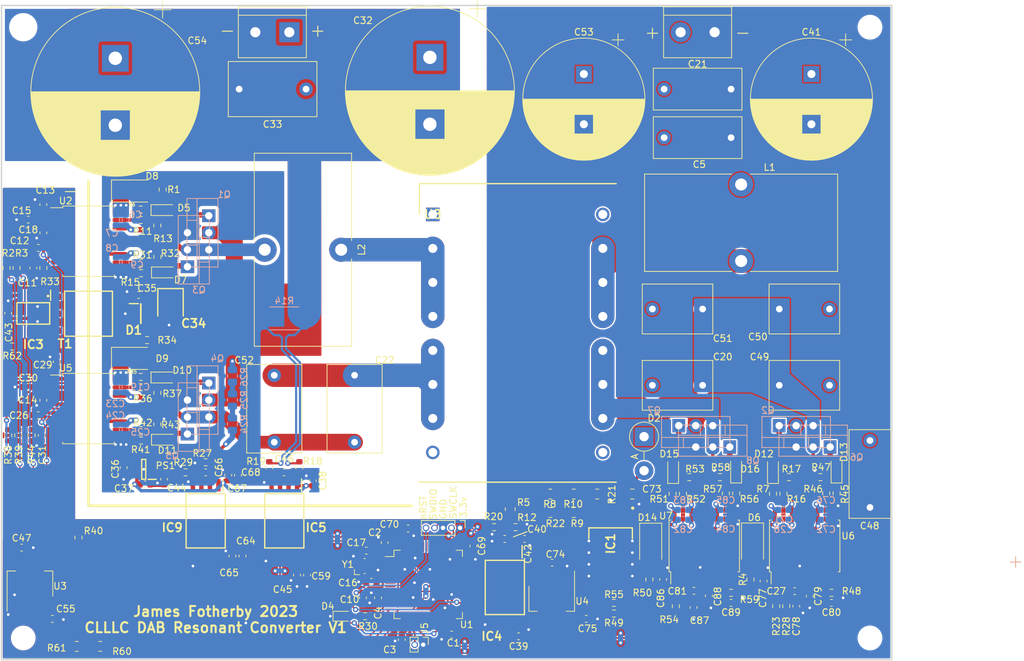
<source format=kicad_pcb>
(kicad_pcb (version 20211014) (generator pcbnew)
  (layers (0 "F.Cu" signal) (31 "B.Cu" signal) (34 "B.Paste" user) (35 "F.Paste" user) (36 "B.SilkS" user "B.Silkscreen") (37 "F.SilkS" user "F.Silkscreen") (38 "B.Mask" user) (39 "F.Mask" user) (44 "Edge.Cuts" user))
  (net 0 "")
  (net 1 "+3.3V")
  (net 2 "VBUS")
  (net 3 "GND")
  (net 4 "/NRST")
  (net 5 "+5VD")
  (net 6 "Net-(C12-Pad1)")
  (net 7 "Net-(C13-Pad1)")
  (net 8 "Net-(C16-Pad1)")
  (net 9 "Net-(C17-Pad1)")
  (net 10 "Net-(C15-Pad1)")
  (net 11 "Net-(D5-Pad1)")
  (net 12 "Net-(C40-Pad2)")
  (net 13 "Net-(C46-Pad1)")
  (net 14 "Net-(C46-Pad2)")
  (net 15 "Net-(C66-Pad1)")
  (net 16 "Net-(D1-Pad1)")
  (net 17 "Net-(D1-Pad2)")
  (net 18 "Net-(D7-Pad1)")
  (net 21 "Net-(D7-Pad2)")
  (net 22 "Net-(IC3-Pad1)")
  (net 24 "Net-(IC3-Pad8)")
  (net 25 "D1_Sigma_Delta")
  (net 26 "CLK_SigmaDelta")
  (net 27 "D2_Sigma_Delta")
  (net 28 "D3_Sigma_Delta")
  (net 29 "D4_Sigma_Delta")
  (net 30 "Net-(R24-Pad1)")
  (net 31 "Net-(R25-Pad1)")
  (net 39 "Net-(J5-Pad2)")
  (net 41 "Net-(R30-Pad1)")
  (net 51 "/SWCLK")
  (net 52 "/SWDIO")
  (net 65 "Net-(D4-Pad2)")
  (net 66 "Net-(R35-Pad1)")
  (net 70 "Net-(D5-Pad2)")
  (net 71 "Net-(D10-Pad1)")
  (net 72 "Net-(D10-Pad2)")
  (net 73 "Net-(D11-Pad1)")
  (net 74 "Net-(D11-Pad2)")
  (net 75 "+12V")
  (net 76 "Net-(D8-Pad2)")
  (net 77 "Net-(D9-Pad2)")
  (net 83 "Net-(C19-Pad1)")
  (net 84 "Net-(C77-Pad1)")
  (net 85 "Net-(C78-Pad1)")
  (net 86 "Net-(C79-Pad1)")
  (net 87 "Net-(C80-Pad2)")
  (net 88 "Net-(C86-Pad1)")
  (net 89 "Net-(C87-Pad1)")
  (net 90 "Net-(C89-Pad2)")
  (net 91 "Net-(D6-Pad2)")
  (net 92 "Net-(D12-Pad1)")
  (net 93 "Net-(D13-Pad1)")
  (net 94 "Net-(D13-Pad2)")
  (net 95 "Net-(D14-Pad2)")
  (net 96 "Net-(D15-Pad1)")
  (net 97 "Net-(D15-Pad2)")
  (net 98 "Net-(R16-Pad2)")
  (net 99 "A_H_LV")
  (net 100 "A_L_LV")
  (net 101 "Net-(R45-Pad1)")
  (net 102 "Net-(R51-Pad1)")
  (net 103 "B_H_LV")
  (net 104 "B_L_LV")
  (net 105 "Net-(R56-Pad1)")
  (net 112 "GND1")
  (net 113 "Net-(C40-Pad1)")
  (net 114 "+12L")
  (net 115 "GND2")
  (net 116 "+BATT")
  (net 117 "A_H_HV")
  (net 118 "A_L_HV")
  (net 119 "B_H_HV")
  (net 120 "B_L_HV")
  (net 121 "PWM_Disable_HV")
  (net 122 "Net-(C22-Pad1)")
  (net 123 "Net-(C20-Pad2)")
  (net 124 "Net-(D12-Pad2)")
  (net 125 "Net-(L1-Pad1)")
  (net 126 "Net-(L2-Pad1)")
  (net 127 "/VDDA_A_HV")
  (net 128 "/VDDA_B_HV")
  (net 129 "/VDDA_A_LV")
  (net 130 "/VDDA_B_LV")
  (net 131 "Net-(R41-Pad1)")
  (net 132 "Net-(R15-Pad1)")
  (net 133 "Net-(R11-Pad2)")
  (net 134 "Net-(D16-Pad2)")
  (net 135 "Net-(D16-Pad1)")
  (net 136 "Net-(C66-Pad2)")
  (net 137 "Net-(C6-Pad2)")
  (net 138 "Net-(C36-Pad1)")
  (net 139 "Net-(C31-Pad2)")
  (net 140 "Net-(C30-Pad1)")
  (net 141 "Net-(C29-Pad1)")
  (net 142 "Net-(C11-Pad2)")
  (net 143 "/LV_SN_H")
  (net 144 "/LV_SN_L")
  (net 145 "PWM_Disable_LV")
  (net 147 "Net-(D2-Pad2)")
  (net 148 "Net-(C73-Pad1)")
  (net 149 "Net-(R10-Pad2)")
  (net 150 "Net-(C74-Pad1)")
  (net 151 "Net-(R10-Pad1)")
  (net 152 "Net-(R22-Pad1)")
  (net 153 "+5V")
  (net 154 "Net-(R60-Pad2)")
  (net 155 "Net-(R61-Pad2)")
  (footprint "Capacitor_SMD:C_0603_1608Metric" (layer "F.Cu") (at 96.5 98.25 90)
    (fp_text reference "C38")
    (fp_text value "100nF" hide)
  )
  (footprint "Resistor_SMD:R_0603_1608Metric" (layer "F.Cu") (at 172.345 97.7225)
    (fp_text reference "R47")
    (fp_text value "10K" hide)
  )
  (footprint "MC78M12BDTG:TO229P990X238-4N" (layer "F.Cu") (at 141 107.65 -90)
    (fp_text reference "IC1")
    (fp_text value "MC78M12BDTG" hide)
  )
  (footprint "Capacitor_SMD:C_0603_1608Metric" (layer "F.Cu") (at 173.99 116.5 180)
    (fp_text reference "C80")
    (fp_text value "10nF" hide)
  )
  (footprint "Resistor_SMD:R_0603_1608Metric" (layer "F.Cu") (at 73.2775 89.83 -90)
    (fp_text reference "R43")
    (fp_text value "10K" hide)
  )
  (footprint "Capacitor_SMD:C_0603_1608Metric" (layer "F.Cu") (at 94.15 112.35 -90)
    (fp_text reference "C45")
    (fp_text value "100nF" hide)
  )
  (footprint "Resistor_SMD:R_0603_1608Metric" (layer "F.Cu") (at 165.265 100.2 90)
    (fp_text reference "R7")
    (fp_text value "4.7R" hide)
  )
  (footprint "Resistor_SMD:R_0603_1608Metric" (layer "F.Cu") (at 141.49 116.5)
    (fp_text reference "R55")
    (fp_text value "47R" hide)
  )
  (footprint "Capacitor_SMD:C_0603_1608Metric" (layer "F.Cu") (at 158.99 116.5 180)
    (fp_text reference "C89")
    (fp_text value "10nF" hide)
  )
  (footprint "Capacitor_SMD:C_0603_1608Metric" (layer "F.Cu") (at 153.45 114.7 180)
    (fp_text reference "C81")
    (fp_text value "100nF" hide)
  )
  (footprint "Capacitor_THT:CP_Radial_D25.0mm_P10.00mm_SnapIn" (layer "F.Cu") (at 114 35 -90)
    (fp_text reference "C32")
    (fp_text value "220uF" hide)
  )
  (footprint "Resistor_SMD:R_0805_2012Metric" (layer "F.Cu") (at 132 100.25)
    (fp_text reference "R8")
    (fp_text value "22R" hide)
  )
  (footprint "Capacitor_SMD:C_0603_1608Metric" (layer "F.Cu") (at 104.5 108.7 180)
    (fp_text reference "C17")
    (fp_text value "20pF" hide)
  )
  (footprint "Package_TO_SOT_SMD:SOT-223-3_TabPin2" (layer "F.Cu") (at 132.2 115.85 -90)
    (fp_text reference "U4")
    (fp_text value "NCP1117-3.3_SOT223" hide)
  )
  (footprint "Capacitor_THT:C_Rect_L10.3mm_W7.2mm_P7.50mm_MKS4" (layer "F.Cu") (at 154.745 84 180)
    (fp_text reference "C20")
    (fp_text value "2.2uF" hide)
  )
  (footprint "Resistor_SMD:R_0603_1608Metric" (layer "F.Cu") (at 157.345 97.7225)
    (fp_text reference "R58")
    (fp_text value "10K" hide)
  )
  (footprint "Inductor_THT:L_Toroid_Vertical_L28.6mm_W14.3mm_P11.43mm_Bourns_5700" (layer "F.Cu") (at 160.5 54)
    (fp_text reference "L1")
    (fp_text value "2uH" hide)
  )
  (footprint "Capacitor_SMD:C_0603_1608Metric" (layer "F.Cu") (at 125.17 106.95 180)
    (fp_text reference "C40")
    (fp_text value "10nF" hide)
  )
  (footprint "TerminalBlock:TerminalBlock_bornier-2_P5.08mm" (layer "F.Cu") (at 93 31.25 180)
    (fp_text reference "J3" hide)
    (fp_text value "Screw_Terminal_01x02" hide)
  )
  (footprint "Capacitor_THT:CP_Radial_D25.0mm_P10.00mm_SnapIn" (layer "F.Cu") (at 67 35.14463 -90)
    (fp_text reference "C54")
    (fp_text value "220uF" hide)
  )
  (footprint "Capacitor_SMD:C_0603_1608Metric" (layer "F.Cu") (at 106.25 115.75 90)
    (fp_text reference "C4")
    (fp_text value "100nF" hide)
  )
  (footprint "Capacitor_SMD:C_0603_1608Metric" (layer "F.Cu") (at 54.75 66.475 90)
    (fp_text reference "C11")
    (fp_text value "10nF" hide)
  )
  (footprint "Resistor_SMD:R_0603_1608Metric" (layer "F.Cu") (at 77.5 97 180)
    (fp_text reference "R29")
    (fp_text value "1K" hide)
  )
  (footprint "Inductor_THT:L_Toroid_Vertical_L28.6mm_W14.3mm_P11.43mm_Bourns_5700" (layer "F.Cu") (at 100.75 63.75 -90)
    (fp_text reference "L2")
    (fp_text value "450uH")
  )
  (footprint "MountingHole:MountingHole_3.2mm_M3" (layer "F.Cu") (at 179.75 121.75)
    (fp_text reference "H2" hide)
    (fp_text value "MountingHole" hide)
  )
  (footprint "Capacitor_SMD:C_0603_1608Metric" (layer "F.Cu") (at 54 59.25 180)
    (fp_text reference "C15")
    (fp_text value "22pF" hide)
  )
  (footprint "Capacitor_SMD:C_0603_1608Metric" (layer "F.Cu") (at 153.39 117.2 -90)
    (fp_text reference "C87")
    (fp_text value "22pF" hide)
  )
  (footprint "Capacitor_THT:C_Rect_L13.0mm_W8.0mm_P10.00mm_FKS3_FKP3_MKS4" (layer "F.Cu") (at 102.75 82.5 -90)
    (fp_text reference "C22")
    (fp_text value "18nF" hide)
  )
  (footprint "Package_SO:SOIC-16W_7.5x10.3mm_P1.27mm" (layer "F.Cu") (at 154.99 108 90)
    (fp_text reference "U7")
    (fp_text value "UCC21520ADW" hide)
  )
  (footprint "Capacitor_SMD:C_0603_1608Metric" (layer "F.Cu") (at 56.25 57 90)
    (fp_text reference "C13")
    (fp_text value "22pF" hide)
  )
  (footprint "Resistor_SMD:R_0805_2012Metric" (layer "F.Cu") (at 135.5 103 180)
    (fp_text reference "R9")
    (fp_text value "22R" hide)
  )
  (footprint "Resistor_SMD:R_0603_1608Metric" (layer "F.Cu") (at 151.815 100.2 -90)
    (fp_text reference "R52")
    (fp_text value "10R" hide)
  )
  (footprint "Capacitor_SMD:C_0603_1608Metric" (layer "F.Cu") (at 120.5 108 -90)
    (fp_text reference "C69")
    (fp_text value "100nF" hide)
  )
  (footprint "MountingHole:MountingHole_3.2mm_M3" (layer "F.Cu") (at 53.25 30.5)
    (fp_text reference "H3" hide)
    (fp_text value "MountingHole" hide)
  )
  (footprint "Resistor_SMD:R_0603_1608Metric" (layer "F.Cu") (at 152.75 97.7225 180)
    (fp_text reference "R53")
    (fp_text value "10K" hide)
  )
  (footprint "CPH-ETD39-1S-16P-C:ETD39-VER-16P" (layer "F.Cu") (at 114.435 58.47)
    (fp_text reference "U8")
    (fp_text value "CPH-ETD39-1S-16P-C" hide)
  )
  (footprint "Capacitor_SMD:C_0603_1608Metric" (layer "F.Cu") (at 127.25 121.5)
    (fp_text reference "C39")
    (fp_text value "100nF" hide)
  )
  (footprint "Resistor_SMD:R_0805_2012Metric" (layer "F.Cu") (at 61.25 123 180)
    (fp_text reference "R61")
    (fp_text value "22R" hide)
  )
  (footprint "Capacitor_SMD:C_0603_1608Metric" (layer "F.Cu") (at 55.5 88.475 180)
    (fp_text reference "C26")
    (fp_text value "22pF" hide)
  )
  (footprint "Capacitor_SMD:C_0603_1608Metric" (layer "F.Cu") (at 56.25 86.225 90)
    (fp_text reference "C14")
    (fp_text value "100nF" hide)
  )
  (footprint "Resistor_SMD:R_0603_1608Metric" (layer "F.Cu") (at 73.2775 64.83 -90)
    (fp_text reference "R32")
    (fp_text value "10K" hide)
  )
  (footprint "Resistor_SMD:R_0603_1608Metric" (layer "F.Cu") (at 150.265 100.2 90)
    (fp_text reference "R51")
    (fp_text value "4.7R")
  )
  (footprint "Diode_SMD:D_MicroSMP" (layer "F.Cu") (at 159.75 96.45 90)
    (fp_text reference "D16")
    (fp_text value "MSS1P4" hide)
  )
  (footprint "Resistor_SMD:R_0603_1608Metric" (layer "F.Cu") (at 70.85 90.7 180)
    (fp_text reference "R42")
    (fp_text value "10R" hide)
  )
  (footprint "Resistor_SMD:R_0603_1608Metric" (layer "F.Cu") (at 167.24 117 90)
    (fp_text reference "R28")
    (fp_text value "47R" hide)
  )
  (footprint "Capacitor_SMD:C_0603_1608Metric" (layer "F.Cu") (at 71.45 98.8)
    (fp_text reference "C37")
    (fp_text value "2.2uF" hide)
  )
  (footprint "Package_SO:SOIC-16W_7.5x10.3mm_P1.27mm" (layer "F.Cu") (at 63 62.475)
    (fp_text reference "U2")
    (fp_text value "UCC21520ADW" hide)
  )
  (footprint "Capacitor_SMD:C_0603_1608Metric" (layer "F.Cu") (at 58.25 80.5 90)
    (fp_text reference "C29")
    (fp_text value "22pF" hide)
  )
  (footprint "Resistor_SMD:R_0603_1608Metric" (layer "F.Cu") (at 73.2775 60.13 90)
    (fp_text reference "R13")
    (fp_text value "10K" hide)
  )
  (footprint "Resistor_SMD:R_0603_1608Metric" (layer "F.Cu") (at 54.5 91.475 90)
    (fp_text reference "R44")
    (fp_text value "4.7K" hide)
  )
  (footprint "Resistor_SMD:R_0805_2012Metric" (layer "F.Cu") (at 126 102.5 -90)
    (fp_text reference "R5")
    (fp_text value "100K" hide)
  )
  (footprint "Resistor_SMD:R_0603_1608Metric" (layer "F.Cu") (at 94.5 96.25 90)
    (fp_text reference "R18")
    (fp_text value "10R" hide)
  )
  (footprint "Resistor_SMD:R_0603_1608Metric" (layer "F.Cu") (at 70.8 84.3 180)
    (fp_text reference "R36")
    (fp_text value "10R" hide)
  )
  (footprint "Capacitor_THT:CP_Radial_D18.0mm_P7.50mm" (layer "F.Cu") (at 171 37.5 -90)
    (fp_text reference "C41")
    (fp_text value "2200uF" hide)
  )
  (footprint "Resistor_SMD:R_0603_1608Metric" (layer "F.Cu") (at 74.0775 54.75 -90)
    (fp_text reference "R1")
    (fp_text value "4.7R" hide)
  )
  (footprint "Resistor_SMD:R_0603_1608Metric" (layer "F.Cu") (at 173.99 115 180)
    (fp_text reference "R48")
    (fp_text value "4.7K" hide)
  )
  (footprint "Package_SO:SOIC-16W_7.5x10.3mm_P1.27mm" (layer "F.Cu") (at 63 87.475)
    (fp_text reference "U5")
    (fp_text value "UCC21520ADW" hide)
  )
  (footprint "Resistor_SMD:R_0603_1608Metric" (layer "F.Cu") (at 158.215 100.15 -90)
    (fp_text reference "R57")
    (fp_text value "10R" hide)
  )
  (footprint "Capacitor_SMD:C_0603_1608Metric" (layer "F.Cu") (at 137.35 118.9)
    (fp_text reference "C75")
    (fp_text value "10uF" hide)
  )
  (footprint "Capacitor_THT:C_Rect_L13.0mm_W6.0mm_P10.00mm_FKS3_FKP3_MKS4" (layer "F.Cu") (at 149 39.75)
    (fp_text reference "C21")
    (fp_text value "2.2uF" hide)
  )
  (footprint "Resistor_SMD:R_0805_2012Metric" (layer "F.Cu") (at 135.5 100.25)
    (fp_text reference "R10")
    (fp_text value "22R" hide)
  )
  (footprint "Resistor_SMD:R_0603_1608Metric" (layer "F.Cu") (at 52.5 91.475 90)
    (fp_text reference "R39")
    (fp_text value "47R" hide)
  )
  (footprint "Capacitor_THT:C_Rect_L10.3mm_W7.2mm_P7.50mm_MKS4" (layer "F.Cu") (at 154.745 72.6 180)
    (fp_text reference "C51")
    (fp_text value "1.5uF" hide)
  )
  (footprint "Resistor_SMD:R_0603_1608Metric" (layer "F.Cu") (at 71.75 77.25 180)
    (fp_text reference "R34")
    (fp_text value "4.7R" hide)
  )
  (footprint "Resistor_SMD:R_0603_1608Metric" (layer "F.Cu") (at 146.79 113 -90)
    (fp_text reference "R50")
    (fp_text value "4.7R" hide)
  )
  (footprint "Diode_SMD:D_MicroSMP" (layer "F.Cu") (at 174.75 96.45 90)
    (fp_text reference "D13")
    (fp_text value "MSS1P4" hide)
  )
  (footprint "Capacitor_THT:C_Rect_L13.0mm_W6.0mm_P10.00mm_FKS3_FKP3_MKS4" (layer "F.Cu") (at 179.75 92.25 -90)
    (fp_text reference "C48")
    (fp_text value "2.2uF" hide)
  )
  (footprint "Capacitor_SMD:C_0603_1608Metric" (layer "F.Cu") (at 83.875 97.425 90)
    (fp_text reference "C67")
    (fp_text value "1uF" hide)
  )
  (footprint "Diode_SMD:D_MicroSMP" (layer "F.Cu") (at 74.55 67.13)
    (fp_text reference "D7")
    (fp_text value "MSS1P4" hide)
  )
  (footprint "Capacitor_SMD:C_0805_2012Metric" (layer "F.Cu") (at 144.25 100.25)
    (fp_text reference "C73")
    (fp_text value "4.7uF" hide)
  )
  (footprint "Capacitor_SMD:C_0603_1608Metric" (layer "F.Cu") (at 168.5 114.75 180)
    (fp_text reference "C27")
    (fp_text value "100nF" hide)
  )
  (footprint "Capacitor_SMD:C_0603_1608Metric" (layer "F.Cu") (at 56 91.475 90)
    (fp_text reference "C31")
    (fp_text value "10nF" hide)
  )
  (footprint "Resistor_SMD:R_0603_1608Metric" (layer "F.Cu") (at 51 91.475 90)
    (fp_text reference "R38")
    (fp_text value "47R" hide)
  )
  (footprint "Resistor_SMD:R_0805_2012Metric" (layer "F.Cu") (at 64.75 123 180)
    (fp_text reference "R60")
    (fp_text value "22R" hide)
  )
  (footprint "Capacitor_SMD:C_0603_1608Metric" (layer "F.Cu") (at 51 73.2235 90)
    (fp_text reference "C43")
    (fp_text value "100nF" hide)
  )
  (footprint "Capacitor_SMD:C_0603_1608Metric" (layer "F.Cu") (at 84.5 109.5 90)
    (fp_text reference "C65")
    (fp_text value "100nF" hide)
  )
  (footprint "Capacitor_SMD:C_0603_1608Metric" (layer "F.Cu") (at 57.6 118.9)
    (fp_text reference "C55")
    (fp_text value "100nF" hide)
  )
  (footprint "Package_SO:SOIC-16W_7.5x10.3mm_P1.27mm" (layer "F.Cu") (at 169.99 108 90)
    (fp_text reference "U6")
    (fp_text value "UCC21520ADW" hide)
  )
  (footprint "Capacitor_THT:C_Rect_L13.0mm_W6.0mm_P10.00mm_FKS3_FKP3_MKS4" (layer "F.Cu") (at 149 47)
    (fp_text reference "C5")
    (fp_text value "2.2uF" hide)
  )
  (footprint "Diode_SMD:D_MicroSMP" (layer "F.Cu") (at 74.48 57.83)
    (fp_text reference "D5")
    (fp_text value "MSS1P4" hide)
  )
  (footprint "Capacitor_SMD:C_0603_1608Metric" (layer "F.Cu") (at 55.5 63.475 180)
    (fp_text reference "C12")
    (fp_text value "22pF" hide)
  )
  (footprint "Diode_SMD:D_MicroSMP" (layer "F.Cu") (at 74.55 92.13)
    (fp_text reference "D11")
    (fp_text value "MSS1P4" hide)
  )
  (footprint "Capacitor_SMD:C_0603_1608Metric" (layer "F.Cu") (at 132.25 110.5)
    (fp_text reference "C74")
    (fp_text value "10uF" hide)
  )
  (footprint "Resistor_SMD:R_0603_1608Metric" (layer "F.Cu") (at 52.25 66.475 90)
    (fp_text reference "R3")
    (fp_text value "47R" hide)
  )
  (footprint "Resistor_SMD:R_0603_1608Metric" (layer "F.Cu") (at 173.215 100.15 -90)
    (fp_text reference "R46")
    (fp_text value "10R" hide)
  )
  (footprint "Resistor_SMD:R_0603_1608Metric" (layer "F.Cu") (at 104.325 118.5 180)
    (fp_text reference "R30")
    (fp_text value "2.2K" hide)
  )
  (footprint "Diode_SMD:D_SMA" (layer "F.Cu") (at 146.99 108 -90)
    (fp_text reference "D14")
    (fp_text value "512-ES1J" hide)
  )
  (footprint "Capacitor_SMD:C_0603_1608Metric" (layer "F.Cu") (at 109.8 122 90)
    (fp_text reference "C3")
    (fp_text value "100nF" hide)
  )
  (footprint "Crystal:Crystal_SMD_Abracon_ABM10-4Pin_2.5x2.0mm" (layer "F.Cu") (at 104.25 111 90)
    (fp_text reference "Y1")
    (fp_text value "Crystal_GND24" hide)
  )
  (footprint "Capacitor_SMD:C_0603_1608Metric" (layer "F.Cu") (at 70.5 70.5 180)
    (fp_text reference "C35")
    (fp_text value "100nF" hide)
  )
  (footprint "AMC1306:SOIC127P1150X280-8N" (layer "F.Cu") (at 80.5 104.25 -90)
    (fp_text reference "IC9")
    (fp_text value "AMC1306M25QDWVRQ1" hide)
  )
  (footprint "Resistor_SMD:R_0603_1608Metric" (layer "F.Cu") (at 165.74 117 90)
    (fp_text reference "R23")
    (fp_text value "47R" hide)
  )
  (footprint "Diode_THT:D_5W_P5.08mm_Vertical_AnodeUp" (layer "F.Cu") (at 146 91.67 -90)
    (fp_text reference "D2")
    (fp_text value "3.9V Zener" hide)
  )
  (footprint "Resistor_SMD:R_0603_1608Metric" (layer "F.Cu") (at 61.5 106.75 90)
    (fp_text reference "R40")
    (fp_text value "47R" hide)
  )
  (footprint "Capacitor_SMD:C_0603_1608Metric" (layer "F.Cu") (at 53 108.25)
    (fp_text reference "C47")
    (fp_text value "100nF" hide)
  )
  (footprint "Resistor_SMD:R_0603_1608Metric" (layer "F.Cu") (at 159.765 100.15 90)
    (fp_text reference "R56")
    (fp_text value "4.7R" hide)
  )
  (footprint "Capacitor_SMD:C_0603_1608Metric" (layer "F.Cu") (at 170.75 115.5 -90)
    (fp_text reference "C79")
    (fp_text value "22pF" hide)
  )
  (footprint "Package_TO_SOT_SMD:SOT-223-3_TabPin2" (layer "F.Cu") (at 54.25 113.65 90)
    (fp_text reference "U3")
    (fp_text value "NCP1117-12_SOT223" hide)
  )
  (footprint "Capacitor_THT:CP_Radial_D18.0mm_P7.50mm" (layer "F.Cu") (at 137 37.5 -90)
    (fp_text reference "C53")
    (fp_text value "2200uF" hide)
  )
  (footprint "Resistor_SMD:R_0603_1608Metric" (layer "F.Cu") (at 70.8 59.3 180)
    (fp_text reference "R11")
    (fp_text value "10R" hide)
  )
  (footprint "Capacitor_THT:C_Rect_L13.0mm_W8.0mm_P10.00mm_FKS3_FKP3_MKS4" (layer "F.Cu") (at 90.75 82.5 -90)
    (fp_text reference "C52")
    (fp_text value "18nF" hide)
  )
  (footprint "Resistor_SMD:R_0603_1608Metric" (layer "F.Cu") (at 70.85 65.7 180)
    (fp_text reference "R31")
    (fp_text value "10R" hide)
  )
  (footprint "Capacitor_SMD:C_0603_1608Metric" (layer "F.Cu") (at 163.85 113.25 90)
    (fp_text reference "C77")
    (fp_text value "22pF" hide)
  )
  (footprint "Capacitor_SMD:C_0603_1608Metric" (layer "F.Cu") (at 110.75 105.4)
    (fp_text reference "C70")
    (fp_text value "100nF" hide)
  )
  (footprint "Resistor_SMD:R_0603_1608Metric" (layer "F.Cu") (at 158.99 115 180)
    (fp_text reference "R59")
    (fp_text value "4.7K" hide)
  )
  (footprint "Package_QFP:LQFP-64_10x10mm_P0.5mm" (layer "F.Cu") (at 113.75 113.75)
    (fp_text reference "U1")
    (fp_text value "STM32L475RCTx" hide)
  )
  (footprint "Capacitor_SMD:C_0603_1608Metric" (layer "F.Cu") (at 95.65 112.35 -90)
    (fp_text reference "C59")
    (fp_text value "1uF" hide)
  )
  (footprint "Capacitor_SMD:C_0603_1608Metric" (layer "F.Cu") (at 148.85 113 90)
    (fp_text reference "C86")
    (fp_text value "22pF" hide)
  )
  (footprint "Resistor_SMD:R_0805_2012Metric" (layer "F.Cu") (at 132 103 180)
    (fp_text reference "R22")
    (fp_text value "22R" hide)
  )
  (footprint "Diode_SMD:D_SMA" (layer "F.Cu") (at 162.2 107.975 -90)
    (fp_text reference "D6")
    (fp_text value "512-ES1J" hide)
  )
  (footprint "Capacitor_SMD:C_0603_1608Metric" (layer "F.Cu") (at 104 115.75 -90)
    (fp_text reference "C10")
    (fp_text value "100nF" hide)
  )
  (footprint "Resistor_SMD:R_0603_1608Metric" (layer "F.Cu") (at 90 96.25 90)
    (fp_text reference "R19")
    (fp_text value "10R" hide)
  )
  (footprint "Capacitor_THT:C_Rect_L13.0mm_W8.0mm_P10.00mm_FKS3_FKP3_MKS4" (layer "F.Cu") (at 95.5 39.75 180)
    (fp_text reference "C33")
    (fp_text value "2.2uF" hide)
  )
  (footprint "Resistor_SMD:R_0603_1608Metric" (layer "F.Cu") (at 161.89 113 90)
    (fp_text reference "R4")
    (fp_text value "4.7R" hide)
  )
  (footprint "AP2210K-5.0TRG1:SOT95P282X130-5N" (layer "F.Cu") (at 71.25 96.55 180)
    (fp_text reference "PS1")
    (fp_text value "AP2210K-5.0TRG1" hide)
  )
  (footprint "Resistor_SMD:R_0603_1608Metric" (layer "F.Cu") (at 50.75 66.475 90)
    (fp_text reference "R2")
    (fp_text value "47R" hide)
  )
  (footprint "Capacitor_SMD:C_0603_1608Metric" (layer "F.Cu") (at 128.15 106.95)
    (fp_text reference "C42")
    (fp_text value "100nF" hide)
  )
  (footprint "SB05W05C:SOT95P250X135-3N" (layer "F.Cu") (at 70.8125 73.3)
    (fp_text reference "D1")
    (fp_text value "SB05W05C-TB-E" hide)
  )
  (footprint "AMC1306:SOIC127P1150X280-8N" (layer "F.Cu") (at 92.25 104.25 -90)
    (fp_text reference "IC5")
    (fp_text value "AMC1306M25QDWVRQ1" hide)
  )
  (footprint "Capacitor_SMD:C_0603_1608Metric" (layer "F.Cu") (at 85.325 97.425 90)
    (fp_text reference "C68")
    (fp_text value "100nF" hide)
  )
  (footprint "Resistor_SMD:R_0603_1608Metric" (layer "F.Cu") (at 70.8 82.75)
    (fp_text reference "R35")
    (fp_text value "4.7R" hide)
  )
  (footprint "Diode_SMD:D_SMA" (layer "F.Cu") (at 69.8275 54.975)
    (fp_text reference "D8")
    (fp_text value "512-ES1J" hide)
  )
  (footprint "Resistor_SMD:R_0603_1608Metric" (layer "F.Cu") (at 123.595 105.2 180)
    (fp_text reference "R20")
    (fp_text value "680R" hide)
  )
  (footprint "Resistor_SMD:R_0603_1608Metric" (layer "F.Cu") (at 70.85 67.25)
    (fp_text reference "R15")
    (fp_text value "4.7R" hide)
  )
  (footprint "Capacitor_SMD:C_0603_1608Metric" (layer "F.Cu") (at 105.25 113.3625 180)
    (fp_text reference "C16")
    (fp_text value "20pF" hide)
  )
  (footprint "Capacitor_SMD:C_0603_1608Metric" (layer "F.Cu") (at 54 84.25 180)
    (fp_text reference "C30")
    (fp_text value "22pF" hide)
  )
  (footprint "Connector_PinHeader_1.27mm:PinHeader_1x02_P1.27mm_Vertical" (layer "F.Cu") (at 113 122.75 -90)
    (fp_text reference "J5")
    (fp_text value "Conn_01x02_Male" hide)
  )
  (footprint "LED_SMD:LED_0603_1608Metric" (layer "F.Cu") (at 101.025 118.5)
    (fp_text reference "D4")
    (fp_text value "LED" hide)
  )
  (footprint "Capacitor_SMD:C_0603_1608Metric" (layer "F.Cu") (at 92.225 97 180)
    (fp_text reference "C46")
    (fp_text value "10nF" hide)
  )
  (footprint "Capacitor_THT:C_Rect_L10.3mm_W7.2mm_P7.50mm_MKS4" (layer "F.Cu") (at 166.2 84)
    (fp_text reference "C49")
    (fp_text value "2.2uF" hide)
  )
  (footprint "Resistor_SMD:R_0603_1608Metric" (layer "F.Cu") (at 70.85 92.25)
    (fp_text reference "R41")
    (fp_text value "4.7R" hide)
  )
  (footprint "Resistor_SMD:R_0603_1608Metric" (layer "F.Cu") (at 126.8 105.2)
    (fp_text reference "R12")
    (fp_text value "680R" hide)
  )
  (footprint "Resistor_SMD:R_0603_1608Metric" (layer "F.Cu") (at 80.5 95.5 180)
    (fp_text reference "R27")
    (fp_text value "1K" hide)
  )
  (footprint "Diode_SMD:D_MicroSMP" (layer "F.Cu") (at 150.345 96.52 90)
    (fp_text reference "D15")
    (fp_text value "MSS1P4" hide)
  )
  (footprint "Resistor_SMD:R_0603_1608Metric" (layer "F.Cu") (at 51.6 78.2)
    (fp_text reference "R62")
    (fp_text value "100K" hide)
  )
  (footprint "Capacitor_SMD:C_0603_1608Metric" (layer "F.Cu") (at 117.25 121.25 180)
    (fp_text reference "C1")
    (fp_text value "100nF" hide)
  )
  (footprint "Resistor_SMD:R_0603_1608Metric" (layer "F.Cu") (at 174.765 100.15 90)
    (fp_text reference "R45")
    (fp_text value "4.7R" hide)
  )
  (footprint "Capacitor_THT:C_Rect_L10.3mm_W7.2mm_P7.50mm_MKS4" (layer "F.Cu") (at 166.2 72.6)
    (fp_text reference "C50")
    (fp_text value "2.2uF" hide)
  )
  (footprint "Connector_PinHeader_1.27mm:PinHeader_1x05_P1.27mm_Vertical" (layer "F.Cu") (at 118.5 105.3 -90)
    (fp_text reference "J4" hide)
    (fp_text value "Conn_01x05_Male" hide)
  )
  (footprint "Capacitor_SMD:C_0603_1608Metric" (layer "F.Cu") (at 68.25 96.3 -90)
    (fp_text reference "C36")
    (fp_text value "100pF" hide)
  )
  (footprint "595D226X9020:CAPPC3328X220N" (layer "F.Cu") (at 75.25 72.25 -90)
    (fp_text reference "C34")
    (fp_text value "22uF" hide)
  )
  (footprint "Diode_SMD:D_MicroSMP" (layer "F.Cu") (at 74.48 82.83)
    (fp_text reference "D10")
    (fp_text value "MSS1P4" hide)
  )
  (footprint "Capacitor_SMD:C_0603_1608Metric" (layer "F.Cu") (at 107.25 107.5 90)
    (fp_text reference "C2")
    (fp_text value "100nF" hide)
  )
  (footprint "Capacitor_SMD:C_0603_1608Metric" (layer "F.Cu") (at 74.3 98.025 -90)
    (fp_text reference "C44")
    (fp_text value "100nF" hide)
  )
  (footprint "Resistor_SMD:R_0603_1608Metric" (layer "F.Cu") (at 166.815 100.2 -90)
    (fp_text reference "R16")
    (fp_text value "10R" hide)
  )
  (footprint "Resistor_SMD:R_0603_1608Metric" (layer "F.Cu") (at 167.645 97.7225 180)
    (fp_text reference "R17")
    (fp_text value "10K" hide)
  )
  (footprint "Resistor_SMD:R_0603_1608Metric" (layer "F.Cu") (at 150.74 117 90)
    (fp_text reference "R54")
    (fp_text value "47R" hide)
  )
  (footprint "Resistor_SMD:R_0805_2012Metric" (layer "F.Cu") (at 139 100.25)
    (fp_text reference "R21")
    (fp_text value "22R" hide)
  )
  (footprint "MAX253CSA:SOIC127P600X175-8N" (layer "F.Cu") (at 54.75 73.2615 -90)
    (fp_text reference "IC3")
    (fp_text value "MAX253CSA+" hide)
  )
  (footprint "MountingHole:MountingHole_3.2mm_M3" (layer "F.Cu") (at 179.75 30.5)
    (fp_text reference "H4" hide)
    (fp_text value "MountingHole" hide)
  )
  (footprint "Resistor_SMD:R_0603_1608Metric" (layer "F.Cu") (at 56.25 66.475 90)
    (fp_text reference "R33")
    (fp_text value "4.7K" hide)
  )
  (footprint "Resistor_SMD:R_0603_1608Metric" (layer "F.Cu") (at 70.8 57.75)
    (fp_text reference "R6")
    (fp_text value "4.7R" hide)
  )
  (footprint "Capacitor_SMD:C_0603_1608Metric" (layer "F.Cu") (at 168.74 117 -90)
    (fp_text reference "C78")
    (fp_text value "22pF" hide)
  )
  (footprint "760390014:760390015" (layer "F.Cu") (at 63 73.3)
    (fp_text reference "T1")
    (fp_text value "760390014" hide)
  )
  (footprint "AMC1306:SOIC127P1150X280-8N" (layer "F.Cu") (at 125.195 114.2 -90)
    (fp_text reference "IC4")
    (fp_text value "AMC1306M25QDWVRQ1" hide)
  )
  (footprint "Resistor_SMD:R_0603_1608Metric" (layer "F.Cu") (at 141.49 118.1)
    (fp_text reference "R49")
    (fp_text value "47R" hide)
  )
  (footprint "Capacitor_SMD:C_0603_1608Metric" (layer "F.Cu") (at 56.25 61.225 90)
    (fp_text reference "C18")
    (fp_text value "100nF" hide)
  )
  (footprint "Diode_SMD:D_MicroSMP" (layer "F.Cu") (at 165.25 96.52 90)
    (fp_text reference "D12")
    (fp_text value "MSS1P4" hide)
  )
  (footprint "Resistor_SMD:R_0603_1608Metric" (layer "F.Cu") (at 73.2775 85.13 90)
    (fp_text reference "R37")
    (fp_text value "10K" hide)
  )
  (footprint "Capacitor_SMD:C_0603_1608Metric" (layer "F.Cu") (at 86 109.5 90)
    (fp_text reference "C64")
    (fp_text value "1uF" hide)
  )
  (footprint "TerminalBlock:TerminalBlock_bornier-2_P5.08mm" (layer "F.Cu") (at 156.54 31.25 180)
    (fp_text reference "J1" hide)
    (fp_text value "Screw_Terminal_01x02" hide)
  )
  (footprint "Capacitor_SMD:C_0603_1608Metric" (layer "F.Cu") (at 80.5 97 180)
    (fp_text reference "C66")
    (fp_text value "10nF" hide)
  )
  (footprint "Capacitor_SMD:C_0603_1608Metric" (layer "F.Cu") (at 155.69 115.45 -90)
    (fp_text reference "C88")
    (fp_text value "22pF" hide)
  )
  (footprint "MountingHole:MountingHole_3.2mm_M3" (layer "F.Cu") (at 53.25 121.75)
    (fp_text reference "H1" hide)
    (fp_text value "MountingHole" hide)
  )
  (footprint "Diode_SMD:D_SMA" (layer "F.Cu") (at 69.8275 79.975)
    (fp_text reference "D9")
    (fp_text value "512-ES1J" hide)
  )
  (footprint "Package_TO_SOT_THT:TO-220-3_Vertical" (layer "B.Cu") (at 166.18 90.0275)
    (fp_text reference "Q2")
    (fp_text value "IRFB7430PBF" hide)
  )
  (footprint "Capacitor_SMD:C_0603_1608Metric" (layer "B.Cu") (at 67.1075 65.645 -90)
    (fp_text reference "C8")
    (fp_text value "2.2uF")
  )
  (footprint "Resistor_SMD:R_0805_2012Metric" (layer "B.Cu") (at 84.5 82.6 -90)
    (fp_text reference "R26")
    (fp_text value "470K" hide)
  )
  (footprint "Capacitor_SMD:C_0603_1608Metric" (layer "B.Cu") (at 173.176904 104.1)
    (fp_text reference "C72")
    (fp_text value "2.2uF" hide)
  )
  (footprint "Package_TO_SOT_THT:TO-220-3_Vertical" (layer "B.Cu") (at 77.7775 91.285 90)
    (fp_text reference "Q5")
    (fp_text value "STF35N60DM2" hide)
  )
  (footprint "Resistor_SMD:R_2512_6332Metric" (layer "B.Cu") (at 92.25 74 180)
    (fp_text reference "R14")
    (fp_text value "50mR" hide)
  )
  (footprint "Capacitor_SMD:C_0603_1608Metric" (layer "B.Cu") (at 151.815 102.6 180)
    (fp_text reference "C83")
    (fp_text value "100nF" hide)
  )
  (footprint "Resistor_SMD:R_0805_2012Metric" (layer "B.Cu") (at 84.5 89.8 -90)
    (fp_text reference "R24")
    (fp_text value "470K" hide)
  )
  (footprint "Capacitor_SMD:C_0603_1608Metric" (layer "B.Cu") (at 158.165 104.05)
    (fp_text reference "C84")
    (fp_text value "2.2uF" hide)
  )
  (footprint "Capacitor_SMD:C_0603_1608Metric" (layer "B.Cu") (at 173.165 102.6 180)
    (fp_text reference "C76")
    (fp_text value "100nF" hide)
  )
  (footprint "Capacitor_SMD:C_0603_1608Metric" (layer "B.Cu") (at 158.165 102.6 180)
    (fp_text reference "C85")
    (fp_text value "100nF" hide)
  )
  (footprint "Capacitor_SMD:C_0603_1608Metric" (layer "B.Cu") (at 67.1075 59.3 -90)
    (fp_text reference "C7")
    (fp_text value "2.2uF" hide)
  )
  (footprint "Package_TO_SOT_THT:TO-220-3_Vertical" (layer "B.Cu") (at 151.18 90.0275)
    (fp_text reference "Q7")
    (fp_text value "IRFB7430PBF" hide)
  )
  (footprint "Capacitor_SMD:C_0603_1608Metric" (layer "B.Cu") (at 67.1075 90.645 90)
    (fp_text reference "C24")
    (fp_text value "100nF" hide)
  )
  (footprint "Capacitor_SMD:C_0603_1608Metric" (layer "B.Cu") (at 68.5475 90.645 -90)
    (fp_text reference "C25")
    (fp_text value "2.2uF" hide)
  )
  (footprint "Package_TO_SOT_THT:TO-220-3_Vertical" (layer "B.Cu") (at 173.8 93.2225 180)
    (fp_text reference "Q6")
    (fp_text value "IRFB7430PBF" hide)
  )
  (footprint "Resistor_SMD:R_0805_2012Metric" (layer "B.Cu") (at 84.5 86.2 -90)
    (fp_text reference "R25")
    (fp_text value "470K" hide)
  )
  (footprint "Capacitor_SMD:C_0603_1608Metric" (layer "B.Cu") (at 151.82 104.09)
    (fp_text reference "C82")
    (fp_text value "2.2uF" hide)
  )
  (footprint "Capacitor_SMD:C_0603_1608Metric" (layer "B.Cu") (at 68.53 84.3 90)
    (fp_text reference "C19")
    (fp_text value "100nF" hide)
  )
  (footprint "Capacitor_SMD:C_0603_1608Metric" (layer "B.Cu") (at 166.815 102.6)
    (fp_text reference "C71")
    (fp_text value "100nF" hide)
  )
  (footprint "Capacitor_SMD:C_0603_1608Metric" (layer "B.Cu") (at 68.5475 59.3 -90)
    (fp_text reference "C6")
    (fp_text value "100nF" hide)
  )
  (footprint "Package_TO_SOT_THT:TO-220-3_Vertical" (layer "B.Cu") (at 158.8 93.2225 180)
    (fp_text reference "Q8")
    (fp_text value "IRFB7430PBF" hide)
  )
  (footprint "Package_TO_SOT_THT:TO-220-3_Vertical" (layer "B.Cu") (at 77.7775 66.285 90)
    (fp_text reference "Q3")
    (fp_text value "STF35N60DM2" hide)
  )
  (footprint "Package_TO_SOT_THT:TO-220-3_Vertical" (layer "B.Cu") (at 80.9725 83.665 -90)
    (fp_text reference "Q4")
    (fp_text value "STF35N60DM2" hide)
  )
  (footprint "Capacitor_SMD:C_0603_1608Metric" (layer "B.Cu") (at 68.5475 65.645 90)
    (fp_text reference "C9")
    (fp_text value "100nF")
  )
  (footprint "Capacitor_SMD:C_0603_1608Metric" (layer "B.Cu") (at 67.1075 84.3 -90)
    (fp_text reference "C23")
    (fp_text value "2.2uF" hide)
  )
  (footprint "Capacitor_SMD:C_0603_1608Metric" (layer "B.Cu") (at 166.815 104.09)
    (fp_text reference "C28")
    (fp_text value "2.2uF" hide)
  )
  (footprint "Package_TO_SOT_THT:TO-220-3_Vertical" (layer "B.Cu") (at 80.9725 58.665 -90)
    (fp_text reference "Q1")
    (fp_text value "STF35N60DM2" hide)
  )
  (gr_line (start 87 102) (end 90 102) (layer "F.SilkS") (width 0.4))
  (gr_line (start 90 102) (end 111.25 102) (layer "F.SilkS") (width 0.4))
  (gr_line (start 63 102) (end 63 53.5) (layer "F.SilkS") (width 0.4))
  (gr_line (start 63 102) (end 87 102) (layer "F.SilkS") (width 0.4))
  (gr_line (start 128.5 105.875) (end 126.5 106.625) (layer "F.SilkS") (width 0.15))
  (gr_rect (start 50 27.25) (end 183 125) (layer "Edge.Cuts") (width 0.2) (fill none))
  (gr_text "+" (at 201.5 110.25) (layer "B.SilkS") (effects (font (size 2 2)) (justify mirror)))
  (gr_text "-" (at 83.75 31.25 180) (layer "F.SilkS") (effects (font (size 2 2))))
  (gr_text "3.3v" (at 119 102.25 90) (layer "F.SilkS") (effects (font (size 1 1))))
  (gr_text "+" (at 97.25 31.25 180) (layer "F.SilkS") (effects (font (size 2 2))))
  (gr_text "-" (at 160.75 31.25) (layer "F.SilkS") (effects (font (size 2 2))))
  (gr_text "James Fotherby 2023\nCLLLC DAB Resonant Converter V1" (at 82 119) (layer "F.SilkS") (effects (font (size 1.5 1.5) (thickness 0.3))))
  (gr_text "+" (at 147.25 31.25) (layer "F.SilkS") (effects (font (size 2 2))))
  (gr_text "-" (at 60.3 54.905) (layer "F.SilkS") (effects (font (size 2 2))))
  (gr_text "nRST" (at 113 102.25 90) (layer "F.SilkS") (effects (font (size 1 1))))
  (gr_text "SWDIO" (at 114.5 101.75 90) (layer "F.SilkS") (effects (font (size 1 1))))
  (gr_text "GND" (at 116 102.5 90) (layer "F.SilkS") (effects (font (size 1 1))))
  (gr_text "SWCLK" (at 117.5 101.5 90) (layer "F.SilkS") (effects (font (size 1 1))))
  (gr_text "+" (at 201.5 110.25) (layer "F.SilkS") (effects (font (size 2 2))))
  (segment (start 118.875 107.225) (end 118.8 107.3) (width 0.32) (layer "F.Cu") (net 1))
  (segment (start 83.105 110.275) (end 82.405 109.575) (width 0.5) (layer "F.Cu") (net 1))
  (segment (start 56.2 60.5) (end 56.25 60.45) (width 0.4) (layer "F.Cu") (net 1))
  (segment (start 118.8 107.3) (end 118.8 109.05) (width 0.32) (layer "F.Cu") (net 1))
  (segment (start 94.155 109.575) (end 94.155 111.43) (width 0.5) (layer "F.Cu") (net 1))
  (segment (start 84.5 110.275) (end 86 110.275) (width 0.8) (layer "F.Cu") (net 1))
  (segment (start 94.155 111.43) (end 94.225 111.5) (width 0.5) (layer "F.Cu") (net 1))
  (segment (start 56.37 85.57) (end 56.25 85.45) (width 0.4) (layer "F.Cu") (net 1))
  (segment (start 118.5 105.3) (end 118.5 106.85) (width 0.32) (layer "F.Cu") (net 1))
  (segment (start 119.425 109.675) (end 119.425 110) (width 0.25) (layer "F.Cu") (net 1))
  (segment (start 120.5 107.225) (end 118.875 107.225) (width 0.32) (layer "F.Cu") (net 1))
  (segment (start 108.075 116) (end 106.775 116) (width 0.25) (layer "F.Cu") (net 1))
  (segment (start 58.35 85.57) (end 56.37 85.57) (width 0.4) (layer "F.Cu") (net 1))
  (segment (start 120.5 106.6) (end 120 106.1) (width 0.32) (layer "F.Cu") (net 1))
  (segment (start 118.8 109.05) (end 119 109.25) (width 0.32) (layer "F.Cu") (net 1))
  (segment (start 118.5 106.85) (end 118.875 107.225) (width 0.32) (layer "F.Cu") (net 1))
  (segment (start 127.1 108.875) (end 127.1 107.225) (width 0.32) (layer "F.Cu") (net 1))
  (segment (start 56.37 60.57) (end 56.25 60.45) (width 0.4) (layer "F.Cu") (net 1))
  (segment (start 106.775 116) (end 106.25 116.525) (width 0.25) (layer "F.Cu") (net 1))
  (segment (start 56.2 85.5) (end 56.25 85.45) (width 0.4) (layer "F.Cu") (net 1))
  (segment (start 106.225 116.5) (end 106.25 116.525) (width 0.25) (layer "F.Cu") (net 1))
  (segment (start 136.575 118.9) (end 136.575 118.775) (width 0.8) (layer "F.Cu") (net 1))
  (segment (start 58.35 60.57) (end 56.37 60.57) (width 0.4) (layer "F.Cu") (net 1))
  (segment (start 117.5 119.425) (end 117.5 120.725) (width 0.25) (layer "F.Cu") (net 1))
  (segment (start 109.775 122.8) (end 109.8 122.775) (width 0.25) (layer "F.Cu") (net 1))
  (segment (start 84.5 110.275) (end 83.105 110.275) (width 0.5) (layer "F.Cu") (net 1))
  (segment (start 127.1 107.225) (end 127.375 106.95) (width 0.32) (layer "F.Cu") (net 1))
  (segment (start 120.5 107.225) (end 120.5 106.6) (width 0.32) (layer "F.Cu") (net 1))
  (segment (start 117.5 120.725) (end 118.025 121.25) (width 0.25) (layer "F.Cu") (net 1))
  (segment (start 119 109.25) (end 119.425 109.675) (width 0.32) (layer "F.Cu") (net 1))
  (via (at 119.2 123.7245) (size 0.8) (drill 0.4) (layers "F.Cu" "B.Cu") (net 1))
  (via (at 100.2 106.1505) (size 0.8) (drill 0.4) (layers "F.Cu" "B.Cu") (net 1))
  (via (at 120.130378 106.119622) (size 0.8) (drill 0.4) (layers "F.Cu" "B.Cu") (net 1))
  (via (at 100.2 107.95) (size 0.8) (drill 0.4) (layers "F.Cu" "B.Cu") (net 1))
  (via (at 116.8 106.5) (size 0.8) (drill 0.4) (layers "F.Cu" "B.Cu") (net 1))
  (via (at 90.8905 111.725) (size 0.8) (drill 0.4) (layers "F.Cu" "B.Cu") (net 1))
  (via (at 142.5 122.4745) (size 0.8) (drill 0.4) (layers "F.Cu" "B.Cu") (net 1))
  (via (at 119.2 122.2755) (size 0.8) (drill 0.4) (layers "F.Cu" "B.Cu") (net 1))
  (via (at 121.119622 105.130378) (size 0.8) (drill 0.4) (layers "F.Cu" "B.Cu") (net 1))
  (via (at 92.35 111.725) (size 0.8) (drill 0.4) (layers "F.Cu" "B.Cu") (net 1))
  (via (at 142.5 121.0255) (size 0.8) (drill 0.4) (layers "F.Cu" "B.Cu") (net 1))
  (segment (start 92.35 111.725) (end 90.8905 111.725) (width 0.8) (layer "B.Cu") (net 1))
  (segment (start 121.119622 105.130378) (end 120.130378 106.119622) (width 0.32) (layer "B.Cu") (net 1))
  (segment (start 118.5 105.3) (end 117.3 106.5) (width 0.32) (layer "B.Cu") (net 1))
  (segment (start 117.3 106.5) (end 116.8 106.5) (width 0.32) (layer "B.Cu") (net 1))
  (segment (start 142.5 121.0255) (end 142.5 122.4745) (width 0.8) (layer "B.Cu") (net 1))
  (segment (start 100.2 107.95) (end 100.2 106.1505) (width 0.8) (layer "B.Cu") (net 1))
  (segment (start 119.2 122.2755) (end 119.2 123.7245) (width 0.8) (layer "B.Cu") (net 1))
  (segment (start 82.705 61.205) (end 84.5 63) (width 1.9) (layer "F.Cu") (net 2))
  (segment (start 84.5 84.82) (end 83.115 86.205) (width 1.9) (layer "F.Cu") (net 2))
  (segment (start 80.9725 61.205) (end 82.705 61.205) (width 1.9) (layer "F.Cu") (net 2))
  (segment (start 84.5 63) (end 84.5 72) (width 1.9) (layer "F.Cu") (net 2))
  (segment (start 84.5 72) (end 84.5 84.82) (width 1.9) (layer "F.Cu") (net 2))
  (segment (start 83.115 86.205) (end 80.9725 86.205) (width 1.9) (layer "F.Cu") (net 2))
  (via (at 84.5 80.4) (size 0.8) (drill 0.4) (layers "F.Cu" "B.Cu") (net 2))
  (segment (start 84.5 81.6875) (end 84.5 80.4) (width 0.8) (layer "B.Cu") (net 2))
  (segment (start 78.425 98.925) (end 78.595 98.925) (width 0.5) (layer "F.Cu") (net 3))
  (segment (start 90.225 95.65) (end 90 95.425) (width 0.32) (layer "F.Cu") (net 3))
  (segment (start 91.725 95.65) (end 90.225 95.65) (width 0.32) (layer "F.Cu") (net 3))
  (segment (start 75.036 75) (end 75.036 73.65) (width 0.8) (layer "F.Cu") (net 3))
  (segment (start 85.325 96.65) (end 83.875 96.65) (width 0.5) (layer "F.Cu") (net 3))
  (segment (start 73.5 98.8) (end 74.3 98.8) (width 0.8) (layer "F.Cu") (net 3))
  (segment (start 89.92 98.5) (end 90.345 98.925) (width 0.5) (layer "F.Cu") (net 3))
  (segment (start 73.3 98.6) (end 73.5 98.8) (width 0.8) (layer "F.Cu") (net 3))
  (segment (start 77.9 98.4) (end 78.425 98.925) (width 0.5) (layer "F.Cu") (net 3))
  (segment (start 74.2775 89.005) (end 73.2775 89.005) (width 0.8) (layer "F.Cu") (net 3))
  (segment (start 95.538574 97.511971) (end 95.575545 97.475) (width 0.5) (layer "F.Cu") (net 3))
  (segment (start 83.05 96.65) (end 83.875 96.65) (width 0.5) (layer "F.Cu") (net 3))
  (segment (start 79.675 95.6) (end 78.9 95.6) (width 0.8) (layer "F.Cu") (net 3))
  (segment (start 76.775 96.125) (end 76.775 97) (width 0.8) (layer "F.Cu") (net 3))
  (segment (start 73.3 98.6) (end 73.1 98.8) (width 0.8) (layer "F.Cu") (net 3))
  (segment (start 68.75 70) (end 69.25 70.5) (width 0.8) (layer "F.Cu") (net 3))
  (segment (start 68.25 97.075) (end 68.25 98.05) (width 0.8) (layer "F.Cu") (net 3))
  (segment (start 72.3 64) (end 72.305 64.005) (width 0.8) (layer "F.Cu") (net 3))
  (segment (start 89.25 98.5) (end 89.92 98.5) (width 0.5) (layer "F.Cu") (net 3))
  (segment (start 95.575545 97.475) (end 96.5 97.475) (width 0.5) (layer "F.Cu") (net 3))
  (segment (start 73.1 98.8) (end 72.225 98.8) (width 0.8) (layer "F.Cu") (net 3))
  (segment (start 72.5 96.55) (end 71.25 96.55) (width 0.5) (layer "F.Cu") (net 3))
  (segment (start 68.5 73.3) (end 67.6825 73.3) (width 0.8) (layer "F.Cu") (net 3))
  (segment (start 69.25 70.5) (end 69.725 70.5) (width 0.8) (layer "F.Cu") (net 3))
  (segment (start 72.305 64.005) (end 73.2775 64.005) (width 0.8) (layer "F.Cu") (net 3))
  (via (at 68.5 73.3) (size 0.8) (drill 0.4) (layers "F.Cu" "B.Cu") (net 3))
  (via (at 75.036 75) (size 0.8) (drill 0.4) (layers "F.Cu" "B.Cu") (net 3))
  (via (at 76.775 96.125) (size 0.8) (drill 0.4) (layers "F.Cu" "B.Cu") (net 3))
  (via (at 67.03 92.845) (size 0.8) (drill 0.4) (layers "F.Cu" "B.Cu") (net 3))
  (via (at 73.3 98.6) (size 0.8) (drill 0.4) (layers "F.Cu" "B.Cu") (net 3))
  (via (at 67.8275 67.85) (size 0.8) (drill 0.4) (layers "F.Cu" "B.Cu") (net 3))
  (via (at 67.0275 67.85) (size 0.8) (drill 0.4) (layers "F.Cu" "B.Cu") (net 3))
  (via (at 74.2775 89.005) (size 0.8) (drill 0.4) (layers "F.Cu" "B.Cu") (net 3))
  (via (at 89.25 98.5) (size 0.8) (drill 0.4) (layers "F.Cu" "B.Cu") (net 3))
  (via (at 68.25 98.05) (size 0.8) (drill 0.4) (layers "F.Cu" "B.Cu") (net 3))
  (via (at 72.3 64) (size 0.8) (drill 0.4) (layers "F.Cu" "B.Cu") (net 3))
  (via (at 95.538574 97.511971) (size 0.8) (drill 0.4) (layers "F.Cu" "B.Cu") (net 3))
  (via (at 78.9 95.6) (size 0.8) (drill 0.4) (layers "F.Cu" "B.Cu") (net 3))
  (via (at 83.05 96.65) (size 0.8) (drill 0.4) (layers "F.Cu" "B.Cu") (net 3))
  (via (at 67.83 92.845) (size 0.8) (drill 0.4) (layers "F.Cu" "B.Cu") (net 3))
  (via (at 77.9 98.4) (size 0.8) (drill 0.4) (layers "F.Cu" "B.Cu") (net 3))
  (via (at 68.6275 67.85) (size 0.8) (drill 0.4) (layers "F.Cu" "B.Cu") (net 3))
  (via (at 91.725 95.65) (size 0.8) (drill 0.4) (layers "F.Cu" "B.Cu") (net 3))
  (via (at 68.75 70) (size 0.8) (drill 0.4) (layers "F.Cu" "B.Cu") (net 3))
  (via (at 71.25 96.55) (size 0.8) (drill 0.4) (layers "F.Cu" "B.Cu") (net 3))
  (via (at 68.63 92.845) (size 0.8) (drill 0.4) (layers "F.Cu" "B.Cu") (net 3))
  (segment (start 91.9 76.9) (end 91.9 78.703052) (width 0.32) (layer "B.Cu") (net 3))
  (segment (start 90.7 76.5) (end 91.5 76.5) (width 0.32) (layer "B.Cu") (net 3))
  (segment (start 91.5 76.5) (end 91.9 76.9) (width 0.32) (layer "B.Cu") (net 3))
  (segment (start 89.2875 74) (end 89.2875 75.0875) (width 0.32) (layer "B.Cu") (net 3))
  (segment (start 91.9 78.703052) (end 94.015 80.818052) (width 0.32) (layer "B.Cu") (net 3))
  (segment (start 94.015 80.818052) (end 94.015 92.481948) (width 0.32) (layer "B.Cu") (net 3))
  (segment (start 94.015 92.481948) (end 91.965 94.531948) (width 0.32) (layer "B.Cu") (net 3))
  (segment (start 91.965 95.41) (end 91.725 95.65) (width 0.32) (layer "B.Cu") (net 3))
  (segment (start 89.2875 75.0875) (end 90.7 76.5) (width 0.32) (layer "B.Cu") (net 3))
  (segment (start 91.965 94.531948) (end 91.965 95.41) (width 0.32) (layer "B.Cu") (net 3))
  (segment (start 104 114.975) (end 104.775 114.2) (width 0.25) (layer "F.Cu") (net 4))
  (segment (start 106.975 113.259315) (end 107.234315 113) (width 0.25) (layer "F.Cu") (net 4))
  (segment (start 106.8 114.2) (end 106.975 114.025) (width 0.25) (layer "F.Cu") (net 4))
  (segment (start 103.025 114.975) (end 104 114.975) (width 0.25) (layer "F.Cu") (net 4))
  (segment (start 107.234315 113) (end 108.075 113) (width 0.25) (layer "F.Cu") (net 4))
  (segment (start 103 115) (end 103.025 114.975) (width 0.25) (layer "F.Cu") (net 4))
  (segment (start 104.775 114.2) (end 106.8 114.2) (width 0.25) (layer "F.Cu") (net 4))
  (segment (start 106.975 114.025) (end 106.975 113.259315) (width 0.25) (layer "F.Cu") (net 4))
  (via (at 103 115) (size 0.8) (drill 0.4) (layers "F.Cu" "B.Cu") (net 4))
  (segment (start 113.42 110.18) (end 113.42 105.3) (width 0.25) (layer "B.Cu") (net 4))
  (segment (start 104.2 113.9) (end 109.7 113.9) (width 0.25) (layer "B.Cu") (net 4))
  (segment (start 103.1 115) (end 104.2 113.9) (width 0.25) (layer "B.Cu") (net 4))
  (segment (start 103 115) (end 103.1 115) (width 0.25) (layer "B.Cu") (net 4))
  (segment (start 109.7 113.9) (end 113.42 110.18) (width 0.25) (layer "B.Cu") (net 4))
  (segment (start 96.5 99.025) (end 96.475 99) (width 0.5) (layer "F.Cu") (net 5))
  (segment (start 83.4 98.2) (end 83.875 98.2) (width 0.5) (layer "F.Cu") (net 5))
  (segment (start 85.325 98.2) (end 83.875 98.2) (width 0.5) (layer "F.Cu") (net 5))
  (segment (start 83.1 98.6) (end 82.775 98.925) (width 0.5) (layer "F.Cu") (net 5))
  (segment (start 70.225 97.725) (end 70 97.5) (width 0.4) (layer "F.Cu") (net 5))
  (segment (start 82.775 98.925) (end 82.405 98.925) (width 0.5) (layer "F.Cu") (net 5))
  (segment (start 70.675 98.8) (end 70.225 98.35) (width 0.5) (layer "F.Cu") (net 5))
  (segment (start 70.225 98.35) (end 70.225 97.725) (width 0.5) (layer "F.Cu") (net 5))
  (segment (start 96.475 99) (end 95.5 99) (width 0.5) (layer "F.Cu") (net 5))
  (segment (start 69.9 98.8) (end 70.675 98.8) (width 0.8) (layer "F.Cu") (net 5))
  (segment (start 83.1 98.6) (end 83.1 98.5) (width 0.5) (layer "F.Cu") (net 5))
  (segment (start 95.5 99) (end 94.23 99) (width 0.5) (layer "F.Cu") (net 5))
  (segment (start 83.1 98.5) (end 83.4 98.2) (width 0.5) (layer "F.Cu") (net 5))
  (segment (start 94.23 99) (end 94.155 98.925) (width 0.5) (layer "F.Cu") (net 5))
  (via (at 95.5 99) (size 0.8) (drill 0.4) (layers "F.Cu" "B.Cu") (net 5))
  (via (at 69.9 98.8) (size 0.8) (drill 0.4) (layers "F.Cu" "B.Cu") (net 5))
  (via (at 83.1 98.6) (size 0.8) (drill 0.4) (layers "F.Cu" "B.Cu") (net 5))
  (segment (start 83.1 98.6) (end 81.95 99.75) (width 0.5) (layer "B.Cu") (net 5))
  (segment (start 70.85 99.75) (end 69.9 98.8) (width 0.5) (layer "B.Cu") (net 5))
  (segment (start 94.75 99.75) (end 95.5 99) (width 0.5) (layer "B.Cu") (net 5))
  (segment (start 83.1 98.6) (end 84.25 99.75) (width 0.5) (layer "B.Cu") (net 5))
  (segment (start 84.25 99.75) (end 94.75 99.75) (width 0.5) (layer "B.Cu") (net 5))
  (segment (start 81.95 99.75) (end 70.85 99.75) (width 0.5) (layer "B.Cu") (net 5))
  (segment (start 57.64 63.11) (end 58.35 63.11) (width 0.4) (layer "F.Cu") (net 6))
  (segment (start 56.64 88.11) (end 56.275 88.475) (width 0.4) (layer "F.Cu") (net 6))
  (segment (start 61.5 105.925) (end 60.4625 105.925) (width 0.2) (layer "F.Cu") (net 6))
  (segment (start 56 88.75) (end 56.275 88.475) (width 0.25) (layer "F.Cu") (net 6))
  (segment (start 56.275 63.475) (end 56.275 64.475) (width 0.4) (layer "F.Cu") (net 6))
  (segment (start 56.75 102.2125) (end 56.75 95.25) (width 0.2) (layer "F.Cu") (net 6))
  (segment (start 56.275 64.475) (end 56.25 64.5) (width 0.4) (layer "F.Cu") (net 6))
  (segment (start 56.64 63.11) (end 56.275 63.475) (width 0.4) (layer "F.Cu") (net 6))
  (segment (start 58.35 63.11) (end 56.64 63.11) (width 0.4) (layer "F.Cu") (net 6))
  (segment (start 60.4625 105.925) (end 56.75 102.2125) (width 0.2) (layer "F.Cu") (net 6))
  (segment (start 57.39 88.11) (end 58.35 88.11) (width 0.4) (layer "F.Cu") (net 6))
  (segment (start 56 89.5) (end 56 88.75) (width 0.25) (layer "F.Cu") (net 6))
  (segment (start 58.35 88.11) (end 56.64 88.11) (width 0.4) (layer "F.Cu") (net 6))
  (via (at 56.75 95.25) (size 0.8) (drill 0.4) (layers "F.Cu" "B.Cu") (net 6))
  (via (at 56.25 64.5) (size 0.8) (drill 0.4) (layers "F.Cu" "B.Cu") (net 6))
  (via (at 56 89.5) (size 0.8) (drill 0.4) (layers "F.Cu" "B.Cu") (net 6))
  (segment (start 59 67.25) (end 56.25 64.5) (width 0.25) (layer "B.Cu") (net 6))
  (segment (start 59 86.5) (end 59 67.25) (width 0.25) (layer "B.Cu") (net 6))
  (segment (start 56 89.5) (end 59 86.5) (width 0.25) (layer "B.Cu") (net 6))
  (segment (start 56.75 95.25) (end 56.75 90.25) (width 0.25) (layer "B.Cu") (net 6))
  (segment (start 56.75 90.25) (end 56 89.5) (width 0.25) (layer "B.Cu") (net 6))
  (segment (start 50.75 59.25) (end 51.97 58.03) (width 0.25) (layer "F.Cu") (net 7))
  (segment (start 51.97 58.03) (end 58.35 58.03) (width 0.25) (layer "F.Cu") (net 7))
  (segment (start 50.75 65.65) (end 50.75 59.25) (width 0.25) (layer "F.Cu") (net 7))
  (segment (start 106 113.3375) (end 106.025 113.3625) (width 0.25) (layer "F.Cu") (net 8))
  (segment (start 106 112.5) (end 106 113.3375) (width 0.25) (layer "F.Cu") (net 8))
  (segment (start 104.3 112.5) (end 103.425 111.625) (width 0.25) (layer "F.Cu") (net 8))
  (segment (start 106 112.5) (end 104.3 112.5) (width 0.25) (layer "F.Cu") (net 8))
  (segment (start 108.075 112.5) (end 106 112.5) (width 0.25) (layer "F.Cu") (net 8))
  (segment (start 105.075 108.9) (end 105.075 110.375) (width 0.25) (layer "F.Cu") (net 9))
  (segment (start 106.975 110.975) (end 106.55 110.55) (width 0.25) (layer "F.Cu") (net 9))
  (segment (start 105.25 110.55) (end 105.075 110.375) (width 0.25) (layer "F.Cu") (net 9))
  (segment (start 108.075 112) (end 107.234315 112) (width 0.25) (layer "F.Cu") (net 9))
  (segment (start 106.975 111.740685) (end 106.975 110.975) (width 0.25) (layer "F.Cu") (net 9))
  (segment (start 106.55 110.55) (end 105.25 110.55) (width 0.25) (layer "F.Cu") (net 9))
  (segment (start 107.234315 112) (end 106.975 111.740685) (width 0.25) (layer "F.Cu") (net 9))
  (segment (start 105.275 108.7) (end 105.075 108.9) (width 0.25) (layer "F.Cu") (net 9))
  (segment (start 58.35 59.3) (end 58.3 59.25) (width 0.4) (layer "F.Cu") (net 10))
  (segment (start 52.25 61.775) (end 54.775 59.25) (width 0.25) (layer "F.Cu") (net 10))
  (segment (start 58.3 59.25) (end 54.775 59.25) (width 0.25) (layer "F.Cu") (net 10))
  (segment (start 52.25 65.65) (end 52.25 61.775) (width 0.25) (layer "F.Cu") (net 10))
  (segment (start 73.52 57.75) (end 73.6 57.83) (width 0.8) (layer "F.Cu") (net 11))
  (segment (start 71.625 57.75) (end 73.52 57.75) (width 0.8) (layer "F.Cu") (net 11))
  (segment (start 124.56 108.875) (end 124.56 107.115) (width 0.5) (layer "F.Cu") (net 12))
  (segment (start 124.445 105.525) (end 124.445 106.9) (width 0.5) (layer "F.Cu") (net 12))
  (segment (start 94.425 97) (end 94.5 97.075) (width 0.5) (layer "F.Cu") (net 13))
  (segment (start 92.885 98.925) (end 92.885 97.115) (width 0.5) (layer "F.Cu") (net 13))
  (segment (start 92.885 97.115) (end 93 97) (width 0.5) (layer "F.Cu") (net 13))
  (segment (start 93 97) (end 94.425 97) (width 0.5) (layer "F.Cu") (net 13))
  (segment (start 91.615 98.925) (end 91.615 97.165) (width 0.5) (layer "F.Cu") (net 14))
  (segment (start 90.075 97) (end 90 97.075) (width 0.5) (layer "F.Cu") (net 14))
  (segment (start 91.45 97) (end 90.075 97) (width 0.5) (layer "F.Cu") (net 14))
  (segment (start 91.5 96.95) (end 91.45 97) (width 0.5) (layer "F.Cu") (net 14))
  (segment (start 91.615 97.165) (end 91.45 97) (width 0.5) (layer "F.Cu") (net 14))
  (segment (start 81.25 97) (end 81.25 95.575) (width 0.5) (layer "F.Cu") (net 15))
  (segment (start 81.135 98.925) (end 81.135 97.115) (width 0.5) (layer "F.Cu") (net 15))
  (segment (start 81.135 97.115) (end 81.25 97) (width 0.5) (layer "F.Cu") (net 15))
  (segment (start 83.525 92.775) (end 81.325 94.975) (width 0.5) (layer "F.Cu") (net 15))
  (segment (start 81.325 94.975) (end 81.325 95.6) (width 0.5) (layer "F.Cu") (net 15))
  (via (at 83.525 92.775) (size 0.8) (drill 0.4) (layers "F.Cu" "B.Cu") (net 15))
  (segment (start 84.5 91.8) (end 84.5 90.7125) (width 0.8) (layer "B.Cu") (net 15))
  (segment (start 83.525 92.775) (end 84.5 91.8) (width 0.8) (layer "B.Cu") (net 15))
  (segment (start 68.1725 70.76) (end 69.7625 72.35) (width 0.4) (layer "F.Cu") (net 16))
  (segment (start 67.6825 70.76) (end 68.1725 70.76) (width 0.4) (layer "F.Cu") (net 16))
  (segment (start 68.1725 75.84) (end 69.7625 74.25) (width 0.4) (layer "F.Cu") (net 17))
  (segment (start 67.6825 75.84) (end 68.1725 75.84) (width 0.4) (layer "F.Cu") (net 17))
  (segment (start 71.975 67.2) (end 73.97 67.2) (width 0.8) (layer "F.Cu") (net 18))
  (segment (start 75.6075 66.16) (end 76.6425 66.16) (width 0.8) (layer "F.Cu") (net 21))
  (segment (start 76.6425 66.16) (end 77.6525 66.16) (width 0.8) (layer "F.Cu") (net 21))
  (segment (start 75.1475 65.7) (end 75.6075 66.16) (width 0.8) (layer "F.Cu") (net 21))
  (segment (start 71.675 65.7) (end 75.1475 65.7) (width 0.8) (layer "F.Cu") (net 21))
  (segment (start 76.1425 66.16) (end 76.6425 66.16) (width 0.8) (layer "F.Cu") (net 21))
  (segment (start 75.57 67.13) (end 75.57 66.7325) (width 0.8) (layer "F.Cu") (net 21))
  (segment (start 77.6525 66.16) (end 77.7775 66.285) (width 0.8) (layer "F.Cu") (net 21))
  (segment (start 75.57 66.7325) (end 76.1425 66.16) (width 0.8) (layer "F.Cu") (net 21))
  (segment (start 56.8655 70.76) (end 56.655 70.5495) (width 0.5) (layer "F.Cu") (net 22))
  (segment (start 58.43 70.76) (end 56.8655 70.76) (width 0.5) (layer "F.Cu") (net 22))
  (segment (start 58.43 75.84) (end 56.7885 75.84) (width 0.5) (layer "F.Cu") (net 24))
  (segment (start 56.7885 75.84) (end 56.655 75.9735) (width 0.5) (layer "F.Cu") (net 24))
  (segment (start 120.5 117.75) (end 120.25 117.5) (width 0.25) (layer "F.Cu") (net 25))
  (segment (start 120.25 117.5) (end 119.425 117.5) (width 0.25) (layer "F.Cu") (net 25))
  (segment (start 124.56 119.525) (end 124.56 118.925) (width 0.25) (layer "F.Cu") (net 25))
  (segment locked (start 123.385 117.75) (end 120.5 117.75) (width 0.25) (layer "F.Cu") (net 25))
  (segment (start 124.56 118.925) (end 123.385 117.75) (width 0.25) (layer "F.Cu") (net 25))
  (segment (start 105.6 106.425) (end 105.6 106.41005) (width 0.2) (layer "F.Cu") (net 26))
  (segment (start 125 121) (end 121.5 121) (width 0.2) (layer "F.Cu") (net 26))
  (segment (start 107.725 105.975) (end 108.25 106.5) (width 0.2) (layer "F.Cu") (net 26))
  (segment (start 104.775 107.25) (end 105.6 106.425) (width 0.2) (layer "F.Cu") (net 26))
  (segment (start 81.135 107.865) (end 81.135 109.575) (width 0.2) (layer "F.Cu") (net 26))
  (segment (start 109.25 114.215685) (end 108.965685 114.5) (width 0.2) (layer "F.Cu") (net 26))
  (segment (start 108.965685 114.5) (end 108.075 114.5) (width 0.2) (layer "F.Cu") (net 26))
  (segment (start 92.885 107.615) (end 92.885 109.575) (width 0.2) (layer "F.Cu") (net 26))
  (segment (start 93.25 107.25) (end 81.75 107.25) (width 0.2) (layer "F.Cu") (net 26))
  (segment (start 93.25 107.25) (end 92.885 107.615) (width 0.2) (layer "F.Cu") (net 26))
  (segment (start 109.25 114.784315) (end 108.965685 114.5) (width 0.2) (layer "F.Cu") (net 26))
  (segment (start 108.25 106.5) (end 108.25 108.75) (width 0.2) (layer "F.Cu") (net 26))
  (segment (start 121.5 121) (end 115.284315 114.784315) (width 0.2) (layer "F.Cu") (net 26))
  (segment (start 81.75 107.25) (end 81.135 107.865) (width 0.2) (layer "F.Cu") (net 26))
  (segment (start 93.25 107.25) (end 104.775 107.25) (width 0.2) (layer "F.Cu") (net 26))
  (segment (start 125.83 119.525) (end 125.83 120.17) (width 0.2) (layer "F.Cu") (net 26))
  (segment (start 115.284315 114.784315) (end 109.25 114.784315) (width 0.2) (layer "F.Cu") (net 26))
  (segment (start 105.6 106.41005) (end 106.03505 105.975) (width 0.2) (layer "F.Cu") (net 26))
  (segment (start 109.25 109.75) (end 109.25 114.215685) (width 0.2) (layer "F.Cu") (net 26))
  (segment (start 108.25 108.75) (end 109.25 109.75) (width 0.2) (layer "F.Cu") (net 26))
  (segment (start 106.03505 105.975) (end 107.725 105.975) (width 0.2) (layer "F.Cu") (net 26))
  (segment (start 125.83 120.17) (end 125 121) (width 0.2) (layer "F.Cu") (net 26))
  (segment (start 92.83 115) (end 91.615 113.785) (width 0.25) (layer "F.Cu") (net 27))
  (segment (start 100.4 115) (end 92.83 115) (width 0.25) (layer "F.Cu") (net 27))
  (segment (start 118.1 116.5) (end 119.425 116.5) (width 0.25) (layer "F.Cu") (net 27))
  (segment (start 118 116.4) (end 118.1 116.5) (width 0.25) (layer "F.Cu") (net 27))
  (segment (start 91.615 113.785) (end 91.615 109.575) (width 0.25) (layer "F.Cu") (net 27))
  (segment (start 102.9 117.5) (end 100.4 115) (width 0.25) (layer "F.Cu") (net 27))
  (via (at 102.9 117.5) (size 0.8) (drill 0.4) (layers "F.Cu" "B.Cu") (net 27))
  (via (at 118 116.4) (size 0.8) (drill 0.4) (layers "F.Cu" "B.Cu") (net 27))
  (segment (start 114.25 117.5) (end 115.35 116.4) (width 0.25) (layer "B.Cu") (net 27))
  (segment (start 102.9 117.5) (end 114.25 117.5) (width 0.25) (layer "B.Cu") (net 27))
  (segment (start 115.35 116.4) (end 118 116.4) (width 0.25) (layer "B.Cu") (net 27))
  (segment (start 114.6 121.1) (end 115 120.7) (width 0.25) (layer "F.Cu") (net 29))
  (segment (start 102.7 119.5) (end 88 119.5) (width 0.2) (layer "F.Cu") (net 29))
  (segment (start 79.865 111.365) (end 79.865 109.575) (width 0.2) (layer "F.Cu") (net 29))
  (segment (start 115 120.7) (end 115 119.425) (width 0.25) (layer "F.Cu") (net 29))
  (segment (start 88 119.5) (end 79.865 111.365) (width 0.2) (layer "F.Cu") (net 29))
  (via (at 114.6 121.1) (size 0.8) (drill 0.4) (layers "F.Cu" "B.Cu") (net 29))
  (via (at 102.7 119.5) (size 0.8) (drill 0.4) (layers "F.Cu" "B.Cu") (net 29))
  (segment (start 104.3 121.1) (end 114.6 121.1) (width 0.25) (layer "B.Cu") (net 29))
  (segment (start 102.7 119.5) (end 104.3 121.1) (width 0.25) (layer "B.Cu") (net 29))
  (segment (start 84.5 88.8875) (end 84.5 87.1125) (width 0.8) (layer "B.Cu") (net 30))
  (segment (start 84.5 85.2875) (end 84.5 83.5125) (width 0.8) (layer "B.Cu") (net 31))
  (segment (start 111.525 120.775) (end 111.75 121) (width 0.25) (layer "F.Cu") (net 39))
  (segment (start 111.75 122.73) (end 111.73 122.75) (width 0.25) (layer "F.Cu") (net 39))
  (segment (start 111.5 119.425) (end 111.525 119.45) (width 0.25) (layer "F.Cu") (net 39))
  (segment (start 111.75 121) (end 111.75 122.73) (width 0.25) (layer "F.Cu") (net 39))
  (segment (start 111.525 119.45) (end 111.525 120.775) (width 0.25) (layer "F.Cu") (net 39))
  (segment (start 105.75 118.5) (end 107.25 117) (width 0.2) (layer "F.Cu") (net 41))
  (segment (start 107.25 117) (end 108.075 117) (width 0.2) (layer "F.Cu") (net 41))
  (segment (start 105.15 118.5) (end 105.75 118.5) (width 0.2) (layer "F.Cu") (net 41))
  (segment (start 117.5 108.075) (end 117.5 105.57) (width 0.2) (layer "F.Cu") (net 51))
  (segment (start 117.5 105.57) (end 117.23 105.3) (width 0.2) (layer "F.Cu") (net 51))
  (segment (start 121.5 106.5) (end 119.2 104.2) (width 0.2) (layer "F.Cu") (net 52))
  (segment (start 120.875 111) (end 121.5 110.375) (width 0.2) (layer "F.Cu") (net 52))
  (segment (start 119.425 111) (end 120.875 111) (width 0.2) (layer "F.Cu") (net 52))
  (segment (start 121.5 110.375) (end 121.5 106.5) (width 0.2) (layer "F.Cu") (net 52))
  (segment (start 115.79 104.2) (end 114.69 105.3) (width 0.2) (layer "F.Cu") (net 52))
  (segment (start 119.2 104.2) (end 115.79 104.2) (width 0.2) (layer "F.Cu") (net 52))
  (segment (start 101.8125 118.5) (end 103.5 118.5) (width 0.2) (layer "F.Cu") (net 65))
  (segment (start 69.975 82.75) (end 69.975 84.3) (width 0.8) (layer "F.Cu") (net 66))
  (segment (start 67.65 84.3) (end 69.975 84.3) (width 0.5) (layer "F.Cu") (net 66))
  (segment (start 75.9325 58.54) (end 76.4325 58.54) (width 0.8) (layer "F.Cu") (net 70))
  (segment (start 75.5 58.1075) (end 75.9325 58.54) (width 0.8) (layer "F.Cu") (net 70))
  (segment (start 75.6925 58.54) (end 76.4325 58.54) (width 0.8) (layer "F.Cu") (net 70))
  (segment (start 75.5 57.83) (end 75.5 58.1075) (width 0.8) (layer "F.Cu") (net 70))
  (segment (start 74.9325 59.3) (end 75.6925 58.54) (width 0.8) (layer "F.Cu") (net 70))
  (segment (start 76.4325 58.54) (end 81.2225 58.54) (width 0.8) (layer "F.Cu") (net 70))
  (segment (start 71.625 59.3) (end 74.9325 59.3) (width 0.8) (layer "F.Cu") (net 70))
  (segment (start 71.625 82.75) (end 73.52 82.75) (width 0.8) (layer "F.Cu") (net 71))
  (segment (start 75.5 83.1075) (end 75.9325 83.54) (width 0.8) (layer "F.Cu") (net 72))
  (segment (start 76.4325 83.54) (end 81.2225 83.54) (width 0.8) (layer "F.Cu") (net 72))
  (segment (start 74.9325 84.3) (end 75.6925 83.54) (width 0.8) (layer "F.Cu") (net 72))
  (segment (start 75.5 82.83) (end 75.5 83.1075) (width 0.8) (layer "F.Cu") (net 72))
  (segment (start 71.625 84.3) (end 74.9325 84.3) (width 0.8) (layer "F.Cu") (net 72))
  (segment (start 75.9325 83.54) (end 76.4325 83.54) (width 0.8) (layer "F.Cu") (net 72))
  (segment (start 71.975 92.2) (end 73.97 92.2) (width 0.8) (layer "F.Cu") (net 73))
  (segment (start 75.6075 91.16) (end 77.6525 91.16) (width 0.8) (layer "F.Cu") (net 74))
  (segment (start 77.6525 91.16) (end 77.7775 91.285) (width 0.8) (layer "F.Cu") (net 74))
  (segment (start 71.675 90.7) (end 75.1475 90.7) (width 0.8) (layer "F.Cu") (net 74))
  (segment (start 75.57 92.13) (end 75.57 91.7325) (width 0.8) (layer "F.Cu") (net 74))
  (segment (start 75.57 91.7325) (end 76.1425 91.16) (width 0.8) (layer "F.Cu") (net 74))
  (segment (start 75.1475 90.7) (end 75.6075 91.16) (width 0.8) (layer "F.Cu") (net 74))
  (segment (start 70.1375 69) (end 65.75 69) (width 0.5) (layer "F.Cu") (net 75))
  (segment (start 65.75 53.5) (end 66.25 53) (width 0.5) (layer "F.Cu") (net 75))
  (segment (start 67.65 64.38) (end 69.17 64.38) (width 0.5) (layer "F.Cu") (net 75))
  (segment (start 71.275 70.5) (end 71.275 70.1375) (width 0.5) (layer "F.Cu") (net 75))
  (segment (start 72.5 94.75) (end 72.5 95.6) (width 0.5) (layer "F.Cu") (net 75))
  (segment (start 65.75 69) (end 65.75 64.5) (width 0.5) (layer "F.Cu") (net 75))
  (segment (start 71.3015 70.4735) (end 74.5125 70.4735) (width 0.5) (layer "F.Cu") (net 75))
  (segment (start 65.87 64.38) (end 65.75 64.5) (width 0.5) (layer "F.Cu") (net 75))
  (segment (start 67.65 89.38) (end 69.17 89.38) (width 0.5) (layer "F.Cu") (net 75))
  (segment (start 65.87 89.38) (end 65.75 89.5) (width 0.5) (layer "F.Cu") (net 75))
  (segment (start 72.5 97.5) (end 73.25 97.5) (width 0.4) (layer "F.Cu") (net 75))
  (segment (start 66 94.25) (end 72 94.25) (width 0.5) (layer "F.Cu") (net 75))
  (segment (start 66.5 77.25) (end 65.75 78) (width 0.5) (layer "F.Cu") (net 75))
  (segment (start 71.75 76.425) (end 70.925 77.25) (width 0.5) (layer "F.Cu") (net 75))
  (segment (start 65.75 78) (end 65.75 89.5) (width 0.5) (layer "F.Cu") (net 75))
  (segment (start 73.1525 53) (end 74.0775 53.925) (width 0.5) (layer "F.Cu") (net 75))
  (segment (start 71.275 70.1375) (end 70.1375 69) (width 0.5) (layer "F.Cu") (net 75))
  (segment (start 73.5 95.8) (end 73.3 95.6) (width 0.4) (layer "F.Cu") (net 75))
  (segment (start 69.17 64.38) (end 69.3 64.25) (width 0.5) (layer "F.Cu") (net 75))
  (segment (start 73.5 97.25) (end 73.5 95.8) (width 0.4) (layer "F.Cu") (net 75))
  (segment (start 71.75 73.4125) (end 71.75 76.425) (width 0.5) (layer "F.Cu") (net 75))
  (segment (start 65.75 64.5) (end 65.75 53.5) (width 0.5) (layer "F.Cu") (net 75))
  (segment (start 66.25 53) (end 73.1525 53) (width 0.5) (layer "F.Cu") (net 75))
  (segment (start 73.5 97.25) (end 74.3 97.25) (width 0.4) (layer "F.Cu") (net 75))
  (segment (start 71.8625 73.3) (end 71.75 73.1875) (width 0.5) (layer "F.Cu") (net 75))
  (segment (start 69.3 89.25) (end 70.1275 89.25) (width 0.8) (layer "F.Cu") (net 75))
  (segment (start 72 94.25) (end 72.5 94.75) (width 0.5) (layer "F.Cu") (net 75))
  (segment (start 71.75 73.1875) (end 71.75 70.922) (width 0.5) (layer "F.Cu") (net 75))
  (segment (start 67.65 64.38) (end 65.87 64.38) (width 0.5) (layer "F.Cu") (net 75))
  (segment (start 73.3 95.6) (end 72.5 95.6) (width 0.4) (layer "F.Cu") (net 75))
  (segment (start 71.8625 73.3) (end 71.75 73.4125) (width 0.5) (layer "F.Cu") (net 75))
  (segment (start 70.925 77.25) (end 66.5 77.25) (width 0.5) (layer "F.Cu") (net 75))
  (segment (start 65.75 94) (end 66 94.25) (width 0.5) (layer "F.Cu") (net 75))
  (segment (start 71.75 70.922) (end 71.3015 70.4735) (width 0.5) (layer "F.Cu") (net 75))
  (segment (start 67.65 89.38) (end 65.87 89.38) (width 0.5) (layer "F.Cu") (net 75))
  (segment (start 65.75 89.5) (end 65.75 94) (width 0.5) (layer "F.Cu") (net 75))
  (segment (start 73.25 97.5) (end 73.5 97.25) (width 0.4) (layer "F.Cu") (net 75))
  (segment (start 69.3 64.25) (end 70.1275 64.25) (width 0.8) (layer "F.Cu") (net 75))
  (via (at 70.1275 64.25) (size 0.8) (drill 0.4) (layers "F.Cu" "B.Cu") (net 75))
  (via (at 69.3 89.25) (size 0.8) (drill 0.4) (layers "F.Cu" "B.Cu") (net 75))
  (via (at 69.3 64.25) (size 0.8) (drill 0.4) (layers "F.Cu" "B.Cu") (net 75))
  (via (at 70.1275 89.25) (size 0.8) (drill 0.4) (layers "F.Cu" "B.Cu") (net 75))
  (segment (start 68.7 64.85) (end 69.3 64.25) (width 0.8) (layer "B.Cu") (net 75))
  (segment (start 67.05 64.85) (end 68.55 64.85) (width 0.8) (layer "B.Cu") (net 75))
  (segment (start 68.699405 89.850918) (end 69.299405 89.250918) (width 0.8) (layer "B.Cu") (net 75))
  (segment (start 67.049405 89.850918) (end 68.549405 89.850918) (width 0.8) (layer "B.Cu") (net 75))
  (segment (start 69.3 64.25) (end 70.1275 64.25) (width 0.8) (layer "B.Cu") (net 75))
  (segment (start 68.55 64.85) (end 68.7 64.85) (width 0.8) (layer "B.Cu") (net 75))
  (segment (start 69.299405 89.250918) (end 70.126905 89.250918) (width 0.8) (layer "B.Cu") (net 75))
  (segment (start 72.4275 55.575) (end 71.8275 54.975) (width 0.5) (layer "F.Cu") (net 76))
  (segment (start 74.0775 55.575) (end 72.4275 55.575) (width 0.5) (layer "F.Cu") (net 76))
  (segment (start 72.575 79.2275) (end 71.8275 79.975) (width 0.5) (layer "F.Cu") (net 77))
  (segment (start 72.575 77.25) (end 72.575 79.2275) (width 0.5) (layer "F.Cu") (net 77))
  (segment (start 87 92.5) (end 90.75 92.5) (width 1.9) (layer "F.Cu") (net 83))
  (segment (start 69.3 85.75) (end 69.12 85.57) (width 0.4) (layer "F.Cu") (net 83))
  (segment (start 83.25 88.75) (end 87 92.5) (width 1.9) (layer "F.Cu") (net 83))
  (segment (start 80.9725 88.745) (end 77.7775 88.745) (width 1.9) (layer "F.Cu") (net 83))
  (segment (start 76.995 88.745) (end 77.7775 88.745) (width 0.8) (layer "F.Cu") (net 83))
  (segment (start 74 85.75) (end 76.995 88.745) (width 0.8) (layer "F.Cu") (net 83))
  (segment (start 69.12 85.57) (end 67.65 85.57) (width 0.4) (layer "F.Cu") (net 83))
  (segment (start 90.75 92.5) (end 102.75 92.5) (width 2.5) (layer "F.Cu") (net 83))
  (segment (start 69.3 85.75) (end 70.25 85.75) (width 0.4) (layer "F.Cu") (net 83))
  (segment (start 83.25 88.75) (end 80.9775 88.75) (width 1.9) (layer "F.Cu") (net 83))
  (segment (start 80.9775 88.75) (end 80.9725 88.745) (width 1.9) (layer "F.Cu") (net 83))
  (segment (start 69.25 85.75) (end 74 85.75) (width 0.8) (layer "F.Cu") (net 83))
  (via (at 70.15 85.75) (size 0.8) (drill 0.4) (layers "F.Cu" "B.Cu") (net 83))
  (via (at 69.3 85.75) (size 0.8) (drill 0.4) (layers "F.Cu" "B.Cu") (net 83))
  (segment (start 67.04 85.07) (end 68.54 85.07) (width 0.8) (layer "B.Cu") (net 83))
  (segment (start 80.9725 88.745) (end 77.7775 88.745) (width 1.9) (layer "B.Cu") (net 83))
  (segment (start 70.15 85.75) (end 69.3 85.75) (width 0.8) (layer "B.Cu") (net 83))
  (segment (start 68.625 85.075) (end 69.3 85.75) (width 0.8) (layer "B.Cu") (net 83))
  (segment (start 165.545 112.955) (end 164.475 114.025) (width 0.5) (layer "F.Cu") (net 84))
  (segment (start 165.74 115.915) (end 163.85 114.025) (width 0.5) (layer "F.Cu") (net 84))
  (segment (start 165.74 116.175) (end 165.74 115.915) (width 0.5) (layer "F.Cu") (net 84))
  (segment (start 165.545 112.65) (end 165.545 112.955) (width 0.5) (layer "F.Cu") (net 84))
  (segment (start 164.475 114.025) (end 163.85 114.025) (width 0.5) (layer "F.Cu") (net 84))
  (segment (start 168.69 116.175) (end 168.74 116.225) (width 0.5) (layer "F.Cu") (net 85))
  (segment (start 167.24 116.175) (end 168.69 116.175) (width 0.5) (layer "F.Cu") (net 85))
  (segment (start 166.815 112.65) (end 166.815 115.75) (width 0.5) (layer "F.Cu") (net 85))
  (segment (start 166.815 115.75) (end 167.24 116.175) (width 0.5) (layer "F.Cu") (net 85))
  (segment (start 154.89 115.475) (end 155.69 114.675) (width 0.25) (layer "F.Cu") (net 86))
  (segment (start 170.99 114.725) (end 169.79 115.925) (width 0.25) (layer "F.Cu") (net 86))
  (segment (start 169.79 117) (end 165 117) (width 0.25) (layer "F.Cu") (net 86))
  (segment (start 142.85 118.1) (end 142.315 118.1) (width 0.25) (layer "F.Cu") (net 86))
  (segment (start 155 119.7) (end 154.89 119.59) (width 0.25) (layer "F.Cu") (net 86))
  (segment (start 170.625 114.36) (end 170.99 114.725) (width 0.5) (layer "F.Cu") (net 86))
  (segment (start 165 117) (end 162.3 119.7) (width 0.25) (layer "F.Cu") (net 86))
  (segment (start 169.79 115.925) (end 169.79 117) (width 0.25) (layer "F.Cu") (net 86))
  (segment (start 170.625 112.65) (end 170.625 114.36) (width 0.5) (layer "F.Cu") (net 86))
  (segment (start 154.89 119.59) (end 154.89 115.475) (width 0.25) (layer "F.Cu") (net 86))
  (segment (start 155.625 114.61) (end 155.69 114.675) (width 0.5) (layer "F.Cu") (net 86))
  (segment (start 155.625 112.65) (end 155.625 114.61) (width 0.5) (layer "F.Cu") (net 86))
  (segment (start 144.45 119.7) (end 142.85 118.1) (width 0.25) (layer "F.Cu") (net 86))
  (segment (start 162.3 119.7) (end 144.45 119.7) (width 0.25) (layer "F.Cu") (net 86))
  (segment (start 171.895 112.65) (end 171.895 113.73) (width 0.5) (layer "F.Cu") (net 87))
  (segment (start 173.165 115) (end 173.165 116.45) (width 0.5) (layer "F.Cu") (net 87))
  (segment (start 171.895 113.73) (end 173.165 115) (width 0.5) (layer "F.Cu") (net 87))
  (segment (start 173.165 116.45) (end 173.215 116.5) (width 0.5) (layer "F.Cu") (net 87))
  (segment (start 149.975 112.65) (end 148.85 113.775) (width 0.5) (layer "F.Cu") (net 88))
  (segment (start 150.545 112.65) (end 149.975 112.65) (width 0.5) (layer "F.Cu") (net 88))
  (segment (start 150.74 116.175) (end 150.74 115.665) (width 0.5) (layer "F.Cu") (net 88))
  (segment (start 150.74 115.665) (end 148.85 113.775) (width 0.5) (layer "F.Cu") (net 88))
  (segment (start 142.315 116.5) (end 143 116.5) (width 0.25) (layer "F.Cu") (net 89))
  (segment (start 152.265 116.225) (end 153.19 116.225) (width 0.5) (layer "F.Cu") (net 89))
  (segment (start 151.25 118.75) (end 152.265 117.735) (width 0.25) (layer "F.Cu") (net 89))
  (segment (start 151.815 115.775) (end 152.265 116.225) (width 0.25) (layer "F.Cu") (net 89))
  (segment (start 151.815 112.65) (end 151.815 115.775) (width 0.25) (layer "F.Cu") (net 89))
  (segment (start 145.25 118.75) (end 151.25 118.75) (width 0.25) (layer "F.Cu") (net 89))
  (segment (start 143 116.5) (end 145.25 118.75) (width 0.25) (layer "F.Cu") (net 89))
  (segment (start 153.19 116.225) (end 153.39 116.425) (width 0.5) (layer "F.Cu") (net 89))
  (segment (start 152.265 117.735) (end 152.265 116.225) (width 0.25) (layer "F.Cu") (net 89))
  (segment (start 158.165 115) (end 158.165 116.45) (width 0.5) (layer "F.Cu") (net 90))
  (segment (start 156.895 112.65) (end 156.895 113.73) (width 0.32) (layer "F.Cu") (net 90))
  (segment (start 156.895 113.73) (end 158.165 115) (width 0.32) (layer "F.Cu") (net 90))
  (segment (start 158.165 116.45) (end 158.215 116.5) (width 0.5) (layer "F.Cu") (net 90))
  (segment (start 161.89 112.175) (end 161.89 110.285) (width 0.5) (layer "F.Cu") (net 91))
  (segment (start 161.89 110.285) (end 162.2 109.975) (width 0.5) (layer "F.Cu") (net 91))
  (segment (start 165.265 97.415) (end 165.25 97.4) (width 0.8) (layer "F.Cu") (net 92))
  (segment (start 165.265 99.375) (end 165.265 97.415) (width 0.8) (layer "F.Cu") (net 92))
  (segment (start 174.765 99.325) (end 174.765 97.345) (width 0.8) (layer "F.Cu") (net 93))
  (segment (start 174.765 97.345) (end 174.75 97.33) (width 0.8) (layer "F.Cu") (net 93))
  (segment (start 173.8 94.585) (end 174.645 95.43) (width 0.8) (layer "F.Cu") (net 94))
  (segment (start 173.17 99.28) (end 173.215 99.325) (width 0.8) (layer "F.Cu") (net 94))
  (segment (start 173.8 93.2225) (end 173.8 94.585) (width 0.8) (layer "F.Cu") (net 94))
  (segment (start 173.17 97.7225) (end 173.17 99.28) (width 0.8) (layer "F.Cu") (net 94))
  (segment (start 174.645 95.43) (end 174.75 95.43) (width 0.8) (layer "F.Cu") (net 94))
  (segment (start 173.17 95.215) (end 173.8 94.585) (width 0.8) (layer "F.Cu") (net 94))
  (segment (start 173.17 97.7225) (end 173.17 95.215) (width 0.8) (layer "F.Cu") (net 94))
  (segment (start 146.79 112.175) (end 146.79 110.2) (width 0.5) (layer "F.Cu") (net 95))
  (segment (start 146.79 110.2) (end 146.99 110) (width 0.5) (layer "F.Cu") (net 95))
  (segment (start 150.265 99.375) (end 150.265 97.48) (width 0.8) (layer "F.Cu") (net 96))
  (segment (start 150.265 97.48) (end 150.345 97.4) (width 0.8) (layer "F.Cu") (net 96))
  (segment (start 151.925 99.265) (end 151.815 99.375) (width 0.8) (layer "F.Cu") (net 97))
  (segment (start 151.925 95.41) (end 151.18 94.665) (width 0.8) (layer "F.Cu") (net 97))
  (segment (start 151.925 97.7225) (end 151.925 95.41) (width 0.8) (layer "F.Cu") (net 97))
  (segment (start 151.925 97.7225) (end 151.925 99.265) (width 0.8) (layer "F.Cu") (net 97))
  (segment (start 151.18 94.665) (end 150.345 95.5) (width 0.8) (layer "F.Cu") (net 97))
  (segment (start 151.18 90.0275) (end 151.18 94.665) (width 0.8) (layer "F.Cu") (net 97))
  (segment (start 166.815 101.025) (end 165.265 101.025) (width 0.8) (layer "F.Cu") (net 98))
  (segment (start 166.815 103.35) (end 166.815 101.025) (width 0.5) (layer "F.Cu") (net 98))
  (segment (start 165.675 117.825) (end 165.74 117.825) (width 0.25) (layer "F.Cu") (net 99))
  (segment (start 162.75 120.75) (end 165.675 117.825) (width 0.25) (layer "F.Cu") (net 99))
  (segment (start 143.64 120.75) (end 162.75 120.75) (width 0.25) (layer "F.Cu") (net 99))
  (segment (start 141.5 116) (end 141.5 118.61) (width 0.25) (layer "F.Cu") (net 99))
  (segment (start 141.5 118.61) (end 143.64 120.75) (width 0.25) (layer "F.Cu") (net 99))
  (segment (start 141 115.5) (end 141.5 116) (width 0.25) (layer "F.Cu") (net 99))
  (segment (start 119.425 115.5) (end 141 115.5) (width 0.25) (layer "F.Cu") (net 99))
  (segment (start 115.25 123) (end 114 121.75) (width 0.25) (layer "F.Cu") (net 100))
  (segment (start 163.34 121.75) (end 130.75 121.75) (width 0.25) (layer "F.Cu") (net 100))
  (segment (start 114 121.75) (end 113.484315 121.75) (width 0.25) (layer "F.Cu") (net 100))
  (segment (start 129.5 123) (end 115.25 123) (width 0.25) (layer "F.Cu") (net 100))
  (segment (start 167.24 117.825) (end 167.24 117.85) (width 0.25) (layer "F.Cu") (net 100))
  (segment (start 113.484315 121.75) (end 112 120.265685) (width 0.25) (layer "F.Cu") (net 100))
  (segment (start 130.75 121.75) (end 129.5 123) (width 0.25) (layer "F.Cu") (net 100))
  (segment (start 167.24 117.85) (end 163.34 121.75) (width 0.25) (layer "F.Cu") (net 100))
  (segment (start 112 120.265685) (end 112 119.425) (width 0.25) (layer "F.Cu") (net 100))
  (segment (start 174.765 100.975) (end 173.215 100.975) (width 0.8) (layer "F.Cu") (net 101))
  (segment (start 173.165 103.35) (end 173.165 101.025) (width 0.5) (layer "F.Cu") (net 101))
  (segment (start 173.165 101.025) (end 173.215 100.975) (width 0.5) (layer "F.Cu") (net 101))
  (segment (start 151.815 101.025) (end 150.265 101.025) (width 0.8) (layer "F.Cu") (net 102))
  (segment (start 151.815 103.35) (end 151.815 101.025) (width 0.5) (layer "F.Cu") (net 102))
  (segment (start 145.858198 117.75) (end 150.665 117.75) (width 0.25) (layer "F.Cu") (net 103))
  (segment (start 120.265685 114.5) (end 120.515685 114.75) (width 0.25) (layer "F.Cu") (net 103))
  (segment (start 150.665 117.75) (end 150.74 117.825) (width 0.25) (layer "F.Cu") (net 103))
  (segment (start 119.425 114.5) (end 120.265685 114.5) (width 0.25) (layer "F.Cu") (net 103))
  (segment (start 120.515685 114.75) (end 142.858198 114.75) (width 0.25) (layer "F.Cu") (net 103))
  (segment (start 142.858198 114.75) (end 145.858198 117.75) (width 0.25) (layer "F.Cu") (net 103))
  (segment (start 120.265685 116) (end 120.515685 116.25) (width 0.25) (layer "F.Cu") (net 104))
  (segment (start 140.415 116.25) (end 140.665 116.5) (width 0.25) (layer "F.Cu") (net 104))
  (segment (start 120.515685 116.25) (end 140.415 116.25) (width 0.25) (layer "F.Cu") (net 104))
  (segment (start 119.425 116) (end 120.265685 116) (width 0.25) (layer "F.Cu") (net 104))
  (segment (start 159.765 100.975) (end 158.215 100.975) (width 0.8) (layer "F.Cu") (net 105))
  (segment (start 158.165 103.35) (end 158.165 101.025) (width 0.5) (layer "F.Cu") (net 105))
  (segment (start 158.165 101.025) (end 158.215 100.975) (width 0.5) (layer "F.Cu") (net 105))
  (segment (start 94.275 95.65) (end 94.5 95.425) (width 0.32) (layer "F.Cu") (net 112))
  (segment (start 92.775 95.65) (end 94.275 95.65) (width 0.32) (layer "F.Cu") (net 112))
  (via (at 92.775 95.65) (size 0.8) (drill 0.4) (layers "F.Cu" "B.Cu") (net 112))
  (segment locked (start 95.2125 75.0875) (end 93.8 76.5) (width 0.32) (layer "B.Cu") (net 112))
  (segment (start 92.535 94.768052) (end 92.535 95.41) (width 0.32) (layer "B.Cu") (net 112))
  (segment (start 92.5 76.9) (end 92.5 78.496948) (width 0.32) (layer "B.Cu") (net 112))
  (segment (start 94.585 92.718052) (end 92.535 94.768052) (width 0.32) (layer "B.Cu") (net 112))
  (segment (start 93.8 76.5) (end 92.9 76.5) (width 0.32) (layer "B.Cu") (net 112))
  (segment (start 92.535 95.41) (end 92.775 95.65) (width 0.32) (layer "B.Cu") (net 112))
  (segment (start 94.585 80.581948) (end 94.585 92.718052) (width 0.32) (layer "B.Cu") (net 112))
  (segment (start 92.9 76.5) (end 92.5 76.9) (width 0.32) (layer "B.Cu") (net 112))
  (segment (start 92.5 78.496948) (end 94.585 80.581948) (width 0.32) (layer "B.Cu") (net 112))
  (segment (start 95.25 73) (end 95.25 46.25) (width 5) (layer "B.Cu") (net 112))
  (segment (start 95.2125 74) (end 95.2125 75.0875) (width 0.32) (layer "B.Cu") (net 112))
  (segment (start 125.975 105.2) (end 125.975 103.4375) (width 0.5) (layer "F.Cu") (net 113))
  (segment (start 125.83 106.95) (end 125.945 106.835) (width 0.5) (layer "F.Cu") (net 113))
  (segment (start 125.83 107.065) (end 125.945 106.95) (width 0.5) (layer "F.Cu") (net 113))
  (segment (start 125.83 108.875) (end 125.83 107.065) (width 0.5) (layer "F.Cu") (net 113))
  (segment (start 125.975 103.4375) (end 126 103.4125) (width 0.5) (layer "F.Cu") (net 113))
  (segment (start 125.945 105.525) (end 125.945 106.95) (width 0.5) (layer "F.Cu") (net 113))
  (segment (start 170.5 124.5) (end 67 124.5) (width 0.32) (layer "F.Cu") (net 114))
  (segment (start 153.99 108) (end 161.09 108) (width 0.5) (layer "F.Cu") (net 114))
  (segment (start 146.075 113.825) (end 146.79 113.825) (width 0.5) (layer "F.Cu") (net 114))
  (segment (start 178 117) (end 170.5 124.5) (width 0.32) (layer "F.Cu") (net 114))
  (segment (start 145.5 108) (end 145.5 113.25) (width 0.5) (layer "F.Cu") (net 114))
  (segment (start 168.99 108) (end 175 108) (width 0.32) (layer "F.Cu") (net 114))
  (segment (start 175 108) (end 178 111) (width 0.32) (layer "F.Cu") (net 114))
  (segment (start 161.09 108) (end 168.99 108) (width 0.5) (layer "F.Cu") (net 114))
  (segment (start 156.74 101.75) (end 156.895 101.905) (width 0.5) (layer "F.Cu") (net 114))
  (segment (start 145.5 108.5) (end 145.5 106.25) (width 0.5) (layer "F.Cu") (net 114))
  (segment (start 160.69 108.4) (end 160.69 112.625) (width 0.32) (layer "F.Cu") (net 114))
  (segment (start 171.895 103.35) (end 171.895 101.905) (width 0.5) (layer "F.Cu") (net 114))
  (segment (start 67 124.5) (end 65.6625 123.1625) (width 0.32) (layer "F.Cu") (net 114))
  (segment (start 160.69 112.625) (end 161.89 113.825) (width 0.32) (layer "F.Cu") (net 114))
  (segment (start 171.895 101.905) (end 171.74 101.75) (width 0.5) (layer "F.Cu") (net 114))
  (segment (start 65.6625 123.1625) (end 65.6625 123) (width 0.32) (layer "F.Cu") (net 114))
  (segment (start 153.99 108) (end 145.5 108) (width 0.5) (layer "F.Cu") (net 114))
  (segment (start 138.71 104.96) (end 138.71 103.5) (width 0.5) (layer "F.Cu") (net 114))
  (segment (start 145.25 106) (end 139.75 106) (width 0.5) (layer "F.Cu") (net 114))
  (segment (start 145.5 106.25) (end 145.25 106) (width 0.5) (layer "F.Cu") (net 114))
  (segment (start 178 111) (end 178 117) (width 0.32) (layer "F.Cu") (net 114))
  (segment (start 171.895 103.35) (end 171.895 104.905) (width 0.5) (layer "F.Cu") (net 114))
  (segment (start 145.5 113.25) (end 146.075 113.825) (width 0.5) (layer "F.Cu") (net 114))
  (segment (start 156.895 101.905) (end 156.895 103.35) (width 0.5) (layer "F.Cu") (net 114))
  (segment (start 139.75 106) (end 138.71 104.96) (width 0.5) (layer "F.Cu") (net 114))
  (segment (start 138.21 103) (end 138.71 103.5) (width 0.5) (layer "F.Cu") (net 114))
  (segment (start 156.895 104.905) (end 156.895 103.35) (width 0.5) (layer "F.Cu") (net 114))
  (segment (start 171.895 104.905) (end 171.99 105) (width 0.5) (layer "F.Cu") (net 114))
  (segment (start 153.99 108) (end 156.99 105) (width 0.5) (layer "F.Cu") (net 114))
  (segment (start 136.4125 103) (end 138.21 103) (width 0.5) (layer "F.Cu") (net 114))
  (segment (start 161.09 108) (end 160.69 108.4) (width 0.32) (layer "F.Cu") (net 114))
  (segment (start 156.99 105) (end 156.895 104.905) (width 0.5) (layer "F.Cu") (net 114))
  (segment (start 168.99 108) (end 171.99 105) (width 0.5) (layer "F.Cu") (net 114))
  (via (at 156.74 101.75) (size 0.8) (drill 0.4) (layers "F.Cu" "B.Cu") (net 114))
  (via (at 171.99 105) (size 0.8) (drill 0.4) (layers "F.Cu" "B.Cu") (net 114))
  (via (at 156.99 105) (size 0.8) (drill 0.4) (layers "F.Cu" "B.Cu") (net 114))
  (via (at 171.74 101.75) (size 0.8) (drill 0.4) (layers "F.Cu" "B.Cu") (net 114))
  (segment (start 156.99 104.45) (end 157.39 104.05) (width 0.5) (layer "B.Cu") (net 114))
  (segment (start 171.74 101.75) (end 171.74 101.95) (width 0.5) (layer "B.Cu") (net 114))
  (segment (start 156.99 105) (end 156.99 104.45) (width 0.5) (layer "B.Cu") (net 114))
  (segment (start 171.74 101.95) (end 172.39 102.6) (width 0.5) (layer "B.Cu") (net 114))
  (segment (start 171.99 104.511904) (end 172.401904 104.1) (width 0.5) (layer "B.Cu") (net 114))
  (segment (start 156.74 101.75) (end 156.74 101.95) (width 0.5) (layer "B.Cu") (net 114))
  (segment (start 156.74 101.95) (end 157.39 102.6) (width 0.5) (layer "B.Cu") (net 114))
  (segment (start 171.99 105) (end 171.99 104.511904) (width 0.5) (layer "B.Cu") (net 114))
  (segment (start 128.925 107.875) (end 128.9 107.9) (width 0.32) (layer "F.Cu") (net 115))
  (segment (start 128.05 105.2) (end 128.5 104.75) (width 0.5) (layer "F.Cu") (net 115))
  (segment (start 108.825 122.2) (end 109.8 121.225) (width 0.25) (layer "F.Cu") (net 115))
  (segment (start 55.25 62) (end 56.25 62) (width 0.4) (layer "F.Cu") (net 115))
  (segment (start 155.99 116.525) (end 155.99 117.25) (width 0.5) (layer "F.Cu") (net 115))
  (segment (start 51.95 117.3) (end 51 118.25) (width 0.8) (layer "F.Cu") (net 115))
  (segment (start 111.575 105.45) (end 111.575 106.475) (width 0.5) (layer "F.Cu") (net 115))
  (segment (start 52.845 70.5495) (end 51.824 70.5495) (width 0.5) (layer "F.Cu") (net 115))
  (segment (start 108.8 122.2) (end 108.825 122.2) (width 0.25) (layer "F.Cu") (net 115))
  (segment (start 123.065 119.75) (end 123.29 119.525) (width 0.5) (layer "F.Cu") (net 115))
  (segment (start 159.435 103.35) (end 159.435 102.555) (width 0.5) (layer "F.Cu") (net 115))
  (segment (start 141 103.5) (end 141 101.25) (width 0.5) (layer "F.Cu") (net 115))
  (segment (start 51.95 116.8) (end 51.95 117.3) (width 0.8) (layer "F.Cu") (net 115))
  (segment (start 56.41 86.84) (end 56.25 87) (width 0.4) (layer "F.Cu") (net 115))
  (segment (start 103.6125 110.375) (end 103.425 110.375) (width 0.25) (layer "F.Cu") (net 115))
  (segment (start 159.435 104.195) (end 159.435 103.35) (width 0.5) (layer "F.Cu") (net 115))
  (segment (start 55.25 93) (end 55.2 93) (width 0.8) (layer "F.Cu") (net 115))
  (segment (start 55.25 87) (end 56.25 87) (width 0.4) (layer "F.Cu") (net 115))
  (segment (start 174.435 104.445) (end 174.99 105) (width 0.5) (layer "F.Cu") (net 115))
  (segment (start 54.725 63.475) (end 54.725 62.525) (width 0.4) (layer "F.Cu") (net 115))
  (segment (start 110 121.275) (end 109.975 121.25) (width 0.25) (layer "F.Cu") (net 115))
  (segment (start 106.3 106.7) (end 106.325 106.725) (width 0.8) (layer "F.Cu") (net 115))
  (segment (start 145.2 100.25) (end 145.2 101.7) (width 0.5) (layer "F.Cu") (net 115))
  (segment (start 128.025 121.225) (end 128.75 120.5) (width 0.5) (layer "F.Cu") (net 115))
  (segment (start 94.15 113.125) (end 95.65 113.125) (width 0.8) (layer "F.Cu") (net 115))
  (segment (start 105.075 111.625) (end 106.225201 111.625) (width 0.8) (layer "F.Cu") (net 115))
  (segment (start 169.355 112.65) (end 169.355 114.59) (width 0.5) (layer "F.Cu") (net 115))
  (segment (start 116.425 121.275) (end 116.5 121.275) (width 0.8) (layer "F.Cu") (net 115))
  (segment (start 169.275 114.75) (end 169.275 114.67) (width 0.5) (layer "F.Cu") (net 115))
  (segment (start 115.75 121.95) (end 116.425 121.275) (width 0.8) (layer "F.Cu") (net 115))
  (segment (start 174.435 103.35) (end 174.435 104.445) (width 0.5) (layer "F.Cu") (net 115))
  (segment (start 105.25 115) (end 106.225 115) (width 0.8) (layer "F.Cu") (net 115))
  (segment (start 145.2 101.7) (end 145.25 101.75) (width 0.5) (layer "F.Cu") (net 115))
  (segment (start 159.765 116.5) (end 159.99 116.5) (width 0.5) (layer "F.Cu") (net 115))
  (segment (start 163.85 112.475) (end 164.25 112.075) (width 0.5) (layer "F.Cu") (net 115))
  (segment (start 93.25 113.15) (end 93.275 113.125) (width 0.8) (layer "F.Cu") (net 115))
  (segment (start 56.225 56.25) (end 56.25 56.225) (width 0.5) (layer "F.Cu") (net 115))
  (segment (start 120.7995 110) (end 120.2995 110.5) (width 0.25) (layer "F.Cu") (net 115))
  (segment (start 58.475 119) (end 59.25 119) (width 0.32) (layer "F.Cu") (net 115))
  (segment (start 174.435 102.555) (end 174.99 102) (width 0.5) (layer "F.Cu") (net 115))
  (segment (start 111.525 105.4) (end 111.575 105.45) (width 0.5) (layer "F.Cu") (net 115))
  (segment (start 57.275 79.725) (end 58.25 79.725) (width 0.5) (layer "F.Cu") (net 115))
  (segment (start 78.6 111) (end 78.595 110.995) (width 0.5) (layer "F.Cu") (net 115))
  (segment (start 55.2 93) (end 54.5 92.3) (width 0.8) (layer "F.Cu") (net 115))
  (segment (start 51 72.4485) (end 51 71.3735) (width 0.8) (layer "F.Cu") (net 115))
  (segment (start 110.5 119.425) (end 110.5 120.725) (width 0.25) (layer "F.Cu") (net 115))
  (segment (start 174.815 115) (end 174.99 115) (width 0.5) (layer "F.Cu") (net 115))
  (segment (start 120.7995 109.0745) (end 120.5 108.775) (width 0.25) (layer "F.Cu") (net 115))
  (segment (start 55.25 93) (end 56 92.25) (width 0.8) (layer "F.Cu") (net 115))
  (segment (start 120.2995 110.5) (end 119.425 110.5) (width 0.25) (layer "F.Cu") (net 115))
  (segment (start 120.7995 110) (end 120.7995 109.0745) (width 0.25) (layer "F.Cu") (net 115))
  (segment (start 123.29 105.72) (end 122.77 105.2) (width 0.5) (layer "F.Cu") (net 115))
  (segment (start 102.575 109.525) (end 103.4 108.7) (width 0.8) (layer "F.Cu") (net 115))
  (segment (start 111.575 106.475) (end 112 106.9) (width 0.2) (layer "F.Cu") (net 115))
  (segment (start 154.355 111.235) (end 154.355 112.65) (width 0.5) (layer "F.Cu") (net 115))
  (segment (start 128.925 106.95) (end 128.925 107.875) (width 0.32) (layer "F.Cu") (net 115))
  (segment (start 148.85 111.89) (end 149.49 111.25) (width 0.5) (layer "F.Cu") (net 115))
  (segment (start 169.275 114.67) (end 169.355 114.59) (width 0.5) (layer "F.Cu") (net 115))
  (segment (start 84.5 108.725) (end 83.525 108.725) (width 0.8) (layer "F.Cu") (net 115))
  (segment (start 104.8625 111.625) (end 103.6125 110.375) (width 0.25) (layer "F.Cu") (net 115))
  (segment (start 103.3625 113.3625) (end 104.475 113.3625) (width 0.8) (layer "F.Cu") (net 115))
  (segment (start 170.75 116.275) (end 170.75 117.25) (width 0.5) (layer "F.Cu") (net 115))
  (segment (start 110.5 120.725) (end 109.975 121.25) (width 0.25) (layer "F.Cu") (net 115))
  (segment (start 83.525 108.725) (end 83.5 108.75) (width 0.8) (layer "F.Cu") (net 115))
  (segment (start 123.29 105.72) (end 123.29 106.25) (width 0.5) (layer "F.Cu") (net 115))
  (segment (start 102.575 109.525) (end 103.425 110.375) (width 0.8) (layer "F.Cu") (net 115))
  (segment (start 106.775 115.5) (end 106.25 114.975) (width 0.25) (layer "F.Cu") (net 115))
  (segment (start 174.99 115) (end 175.74 115.75) (width 0.5) (layer "F.Cu") (net 115))
  (segment (start 153.39 118.9755) (end 153.39 117.975) (width 0.5) (layer "F.Cu") (net 115))
  (segment (start 54.75 67.5) (end 54.75 67.25) (width 0.8) (layer "F.Cu") (net 115))
  (segment (start 58.35 86.84) (end 56.41 86.84) (width 0.4) (layer "F.Cu") (net 115))
  (segment (start 106.225201 111.625) (end 106.25 111.600201) (width 0.8) (layer "F.Cu") (net 115))
  (segment (start 164.25 111.49) (end 164.49 111.25) (width 0.5) (layer "F.Cu") (net 115))
  (segment (start 159.815 115) (end 159.99 115) (width 0.5) (layer "F.Cu") (net 115))
  (segment (start 128.025 121.5) (end 128.025 121.225) (width 0.5) (layer "F.Cu") (net 115))
  (segment (start 55.385 75.9735) (end 55.385 74.4735) (width 0.5) (layer "F.Cu") (net 115))
  (segment (start 154.355 112.65) (end 154.355 114.57) (width 0.5) (layer "F.Cu") (net 115))
  (segment (start 117 120.725) (end 116.475 121.25) (width 0.25) (layer "F.Cu") (net 115))
  (segment (start 171.52 97.7225) (end 171.52 96.78) (width 0.5) (layer "F.Cu") (net 115))
  (segment (start 55.25 68) (end 54.75 67.5) (width 0.8) (layer "F.Cu") (net 115))
  (segment (start 84.5 108.725) (end 86 108.725) (width 0.8) (layer "F.Cu") (net 115))
  (segment (start 53.225 84.25) (end 52 84.25) (width 0.4) (layer "F.Cu") (net 115))
  (segment (start 156.52 96.78) (end 156.49 96.75) (width 0.5) (layer "F.Cu") (net 115))
  (segment (start 134.5 112.7) (end 134.5 111) (width 0.5) (layer "F.Cu") (net 115))
  (segment (start 51.824 70.5495) (end 51 71.3735) (width 0.5) (layer "F.Cu") (net 115))
  (segment (start 51.95 115.3) (end 51.95 116.8) (width 0.8) (layer "F.Cu") (net 115))
  (segment (start 56.41 61.84) (end 56.25 62) (width 0.4) (layer "F.Cu") (net 115))
  (segment (start 174.435 103.35) (end 174.435 102.555) (width 0.5) (layer "F.Cu") (net 115))
  (segment (start 57.25 79.75) (end 57.275 79.725) (width 0.5) (layer "F.Cu") (net 115))
  (segment (start 99.125 118.5) (end 100.2375 118.5) (width 0.2) (layer "F.Cu") (net 115))
  (segment (start 122.25 119.75) (end 123.065 119.75) (width 0.5) (layer "F.Cu") (net 115))
  (segment (start 53.225 59.25) (end 52.25 59.25) (width 0.4) (layer "F.Cu") (net 115))
  (segment (start 106.325 106.725) (end 107.25 106.725) (width 0.8) (layer "F.Cu") (net 115))
  (segment (start 112 106.9) (end 112 108.075) (width 0.2) (layer "F.Cu") (net 115))
  (segment (start 89.5 110.25) (end 89.67 110.25) (width 0.5) (layer "F.Cu") (net 115))
  (segment (start 105 116.5) (end 104.025 116.5) (width 0.8) (layer "F.Cu") (net 115))
  (segment (start 159.99 104.75) (end 159.435 104.195) (width 0.5) (layer "F.Cu") (net 115))
  (segment (start 164.25 112.075) (end 164.25 111.49) (width 0.5) (layer "F.Cu") (net 115))
  (segment (start 159.99 116.5) (end 160.74 115.75) (width 0.5) (layer "F.Cu") (net 115))
  (segment (start 169.515 117.775) (end 169.74 118) (width 0.5) (layer "F.Cu") (net 115))
  (segment (start 134.5 111) (end 134 110.5) (width 0.5) (layer "F.Cu") (net 115))
  (segment (start 55.95 67.3) (end 55.25 68) (width 0.8) (layer "F.Cu") (net 115))
  (segment (start 104.025 116.5) (end 104 116.525) (width 0.8) (layer "F.Cu") (net 115))
  (segment (start 94.15 113.125) (end 94.15 114.05) (width 0.8) (layer "F.Cu") (net 115))
  (segment (start 174.765 116.5) (end 174.99 116.5) (width 0.5) (layer "F.Cu") (net 115))
  (segment (start 54.725 62.525) (end 55.25 62) (width 0.4) (layer "F.Cu") (net 115))
  (segment (start 127.625 105.2) (end 128.05 105.2) (width 0.5) (layer "F.Cu") (net 115))
  (segment (start 95.65 113.125) (end 95.65 114.05) (width 0.8) (layer "F.Cu") (net 115))
  (segment (start 154.39 111.2) (end 154.355 111.235) (width 0.5) (layer "F.Cu") (net 115))
  (segment (start 58.35 61.84) (end 56.41 61.84) (width 0.4) (layer "F.Cu") (net 115))
  (segment (start 78.595 110.995) (end 78.595 109.575) (width 0.5) (layer "F.Cu") (net 115))
  (segment (start 116.5 121.275) (end 116.475 121.25) (width 0.25) (layer "F.Cu") (net 115))
  (segment (start 159.435 102.555) (end 159.99 102) (width 0.5) (layer "F.Cu") (net 115))
  (segment (start 168.74 117.775) (end 169.515 117.775) (width 0.5) (layer "F.Cu") (net 115))
  (segment (start 171.52 96.78) (end 171.49 96.75) (width 0.5) (layer "F.Cu") (net 115))
  (segment (start 154.355 114.57) (end 154.225 114.7) (width 0.5) (layer "F.Cu") (net 115))
  (segment (start 55 56.25) (end 56.225 56.25) (width 0.5) (layer "F.Cu") (net 115))
  (segment (start 58.375 118.9) (end 58.475 119) (width 0.32) (layer "F.Cu") (net 115))
  (segment (start 148.85 112.225) (end 148.85 111.89) (width 0.5) (layer "F.Cu") (net 115))
  (segment (start 134 110.5) (end 133.025 110.5) (width 0.5) (layer "F.Cu") (net 115))
  (segment (start 174.99 116.5) (end 175.74 115.75) (width 0.5) (layer "F.Cu") (net 115))
  (segment (start 156.52 97.7225) (end 156.52 96.78) (width 0.5) (layer "F.Cu") (net 115))
  (segment (start 56.25 67.3) (end 55.95 67.3) (width 0.8) (layer "F.Cu") (net 115))
  (segment (start 54.725 87.525) (end 55.25 87) (width 0.4) (layer "F.Cu") (net 115))
  (segment (start 53.775 108.25) (end 54.75 108.25) (width 0.32) (layer "F.Cu") (net 115))
  (segment (start 89.67 110.25) (end 90.345 109.575) (width 0.5) (layer "F.Cu") (net 115))
  (segment (start 103.4 108.7) (end 103.725 108.7) (width 0.8) (layer "F.Cu") (net 115))
  (segment (start 105.075 111.625) (end 104.8625 111.625) (width 0.25) (layer "F.Cu") (net 115))
  (segment (start 123.29 107.29) (end 123.29 108.875) (width 0.5) (layer "F.Cu") (net 115))
  (segment (start 108.075 115.5) (end 106.775 115.5) (width 0.25) (layer "F.Cu") (net 115))
  (segment (start 159.99 115) (end 160.74 115.75) (width 0.5) (layer "F.Cu") (net 115))
  (segment (start 54.725 88.475) (end 54.725 87.525) (width 0.4) (layer "F.Cu") (net 115))
  (segment (start 155.69 116.225) (end 155.99 116.525) (width 0.5) (layer "F.Cu") (net 115))
  (segment (start 55.385 70.5495) (end 55.385 72.2235) (width 0.5) (layer "F.Cu") (net 115))
  (segment (start 106.225 115) (end 106.25 114.975) (width 0.25) (layer "F.Cu") (net 115))
  (segment (start 169.25 111) (end 169.355 111.105) (width 0.5) (layer "F.Cu") (net 115))
  (segment (start 169.355 111.105) (end 169.355 112.65) (width 0.5) (layer "F.Cu") (net 115))
  (segment (start 117 119.425) (end 117 120.725) (width 0.25) (layer "F.Cu") (net 115))
  (segment (start 138.125 118.9) (end 139.05 118.9) (width 0.8) (layer "F.Cu") (net 115))
  (segment (start 93.275 113.125) (end 94.15 113.125) (width 0.8) (layer "F.Cu") (net 115))
  (via (at 123.29 107.29) (size 0.8) (drill 0.4) (layers "F.Cu" "B.Cu") (net 115))
  (via (at 159.99 104.75) (size 0.8) (drill 0.4) (layers "F.Cu" "B.Cu") (net 115))
  (via (at 55 56.25) (size 0.8) (drill 0.4) (layers "F.Cu" "B.Cu") (net 115))
  (via (at 154.39 111.2) (size 0.8) (drill 0.4) (layers "F.Cu" "B.Cu") (net 115))
  (via (at 144.25 109) (size 0.8) (drill 0.4) (layers "F.Cu" "B.Cu") (net 115))
  (via (at 51.95 115.3) (size 0.8) (drill 0.4) (layers "F.Cu" "B.Cu") (net 115))
  (via (at 149.49 111.25) (size 0.8) (drill 0.4) (layers "F.Cu" "B.Cu") (net 115))
  (via (at 164.49 111.25) (size 0.8) (drill 0.4) (layers "F.Cu" "B.Cu") (net 115))
  (via (at 169.25 111) (size 0.8) (drill 0.4) (layers "F.Cu" "B.Cu") (net 115))
  (via (at 106.25 111.600201) (size 0.8) (drill 0.4) (layers "F.Cu" "B.Cu") (net 115))
  (via (at 128.9 107.9) (size 0.8) (drill 0.4) (layers "F.Cu" "B.Cu") (net 115))
  (via (at 137.75 107.25) (size 0.8) (drill 0.4) (layers "F.Cu" "B.Cu") (net 115))
  (via (at 155.99 117.25) (size 0.8) (drill 0.4) (layers "F.Cu" "B.Cu") (net 115))
  (via (at 51 118.25) (size 0.8) (drill 0.4) (layers "F.Cu" "B.Cu") (net 115))
  (via (at 55.25 93) (size 0.8) (drill 0.4) (layers "F.Cu" "B.Cu") (net 115))
  (via (at 137.75 112.5) (size 0.8) (drill 0.4) (layers "F.Cu" "B.Cu") (net 115))
  (via (at 139.05 118.9) (size 0.8) (drill 0.4) (layers "F.Cu" "B.Cu") (net 115))
  (via (at 141 101.25) (size 0.8) (drill 0.4) (layers "F.Cu" "B.Cu") (net 115))
  (via (at 55.25 68) (size 0.8) (drill 0.4) (layers "F.Cu" "B.Cu") (net 115))
  (via (at 95.65 114.05) (size 0.8) (drill 0.4) (layers "F.Cu" "B.Cu") (net 115))
  (via (at 156.49 96.75) (size 0.8) (drill 0.4) (layers "F.Cu" "B.Cu") (net 115))
  (via (at 51 71.3735) (size 0.8) (drill 0.4) (layers "F.Cu" "B.Cu") (net 115))
  (via (at 105.25 115) (size 0.8) (drill 0.4) (layers "F.Cu" "B.Cu") (net 115))
  (via (at 114 111.5) (size 0.8) (drill 0.4) (layers "F.Cu" "B.Cu") (net 115))
  (via (at 105 116.5) (size 0.8) (drill 0.4) (layers "F.Cu" "B.Cu") (net 115))
  (via (at 128.75 120.5) (size 0.8) (drill 0.4) (layers "F.Cu" "B.Cu") (net 115))
  (via (at 169.74 118) (size 0.8) (drill 0.4) (layers "F.Cu" "B.Cu") (net 115))
  (via (at 102.575 109.525) (size 0.8) (drill 0.4) (layers "F.Cu" "B.Cu") (net 115))
  (via (at 111.5 115.7) (size 0.8) (drill 0.4) (layers "F.Cu" "B.Cu") (net 115))
  (via (at 111.8 109.8) (size 0.8) (drill 0.4) (layers "F.Cu" "B.Cu") (net 115))
  (via (at 144.25 107.25) (size 0.8) (drill 0.4) (layers "F.Cu" "B.Cu") (net 115))
  (via (at 55.25 62) (size 0.8) (drill 0.4) (layers "F.Cu" "B.Cu") (net 115))
  (via (at 78.6 111) (size 0.8) (drill 0.4) (layers "F.Cu" "B.Cu") (net 115))
  (via (at 55.25 87) (size 0.8) (drill 0.4) (layers "F.Cu" "B.Cu") (net 115))
  (via (at 99.125 118.5) (size 0.8) (drill 0.4) (layers "F.Cu" "B.Cu") (net 115))
  (via (at 137.75 109) (size 0.8) (drill 0.4) (layers "F.Cu" "B.Cu") (net 115))
  (via (at 94.15 114.05) (size 0.8) (drill 0.4) (layers "F.Cu" "B.Cu") (net 115))
  (via (at 55.385 74.4735) (size 0.8) (drill 0.4) (layers "F.Cu" "B.Cu") (net 115))
  (via (at 145.25 101.75) (size 0.8) (drill 0.4) (layers "F.Cu" "B.Cu") (net 115))
  (via (at 171.49 96.75) (size 0.8) (drill 0.4) (layers "F.Cu" "B.Cu") (net 115))
  (via (at 116.25 117.25) (size 0.8) (drill 0.4) (layers "F.Cu" "B.Cu") (net 115))
  (via (at 89.5 110.25) (size 0.8) (drill 0.4) (layers "F.Cu" "B.Cu") (net 115))
  (via (at 159.99 102) (size 0.8) (drill 0.4) (layers "F.Cu" "B.Cu") (net 115))
  (via (at 59.25 119) (size 0.8) (drill 0.4) (layers "F.Cu" "B.Cu") (net 115))
  (via (at 52 84.25) (size 0.8) (drill 0.4) (layers "F.Cu" "B.Cu") (net 115))
  (via (at 174.99 102) (size 0.8) (drill 0.4) (layers "F.Cu" "B.Cu") (net 115))
  (via (at 128.5 104.75) (size 0.8) (drill 0.4) (layers "F.Cu" "B.Cu") (net 115))
  (via (at 93.25 113.15) (size 0.8) (drill 0.4) (layers "F.Cu" "B.Cu") (net 115))
  (via (at 108.8 122.2) (size 0.8) (drill 0.4) (layers "F.Cu" "B.Cu") (net 115))
  (via (at 123.29 106.25) (size 0.8) (drill 0.4) (layers "F.Cu" "B.Cu") (net 115))
  (via (at 111.7 113.5) (size 0.8) (drill 0.4) (layers "F.Cu" "B.Cu") (net 115))
  (via (at 54.75 108.25) (size 0.8) (drill 0.4) (layers "F.Cu" "B.Cu") (net 115))
  (via (at 160.74 115.75) (size 0.8) (drill 0.4) (layers "F.Cu" "B.Cu") (net 115))
  (via (at 114.5 116) (size 0.8) (drill 0.4) (layers "F.Cu" "B.Cu") (net 115))
  (via (at 106.3 106.7) (size 0.8) (drill 0.4) (layers "F.Cu" "B.Cu") (net 115))
  (via (at 137.75 110.75) (size 0.8) (drill 0.4) (layers "F.Cu" "B.Cu") (net 115))
  (via (at 86.5 119.5) (size 0.8) (drill 0.4) (layers "F.Cu" "B.Cu") (net 115))
  (via (at 153.39 118.9755) (size 0.8) (drill 0.4) (layers "F.Cu" "B.Cu") (net 115))
  (via (at 55.385 72.2235) (size 0.8) (drill 0.4) (layers "F.Cu" "B.Cu") (net 115))
  (via (at 52.25 59.25) (size 0.8) (drill 0.4) (layers "F.Cu" "B.Cu") (net 115))
  (via (at 174.99 105) (size 0.8) (drill 0.4) (layers "F.Cu" "B.Cu") (net 115))
  (via (at 117 110) (size 0.8) (drill 0.4) (layers "F.Cu" "B.Cu") (net 115))
  (via (at 144.25 110.75) (size 0.8) (drill 0.4) (layers "F.Cu" "B.Cu") (net 115))
  (via (at 170.75 117.25) (size 0.8) (drill 0.4) (layers "F.Cu" "B.Cu") (net 115))
  (via (at 111.575 106.475) (size 0.8) (drill 0.4) (layers "F.Cu" "B.Cu") (net 115))
  (via (at 122.25 119.75) (size 0.8) (drill 0.4) (layers "F.Cu" "B.Cu") (net 115))
  (via (at 175.74 115.75) (size 0.8) (drill 0.4) (layers "F.Cu" "B.Cu") (net 115))
  (via (at 110.25 111.5) (size 0.8) (drill 0.4) (layers "F.Cu" "B.Cu") (net 115))
  (via (at 144.25 112.5) (size 0.8) (drill 0.4) (layers "F.Cu" "B.Cu") (net 115))
  (via (at 134.5 111) (size 0.8) (drill 0.4) (layers "F.Cu" "B.Cu") (net 115))
  (via (at 120.7995 110) (size 0.8) (drill 0.4) (layers "F.Cu" "B.Cu") (net 115))
  (via (at 57.25 79.75) (size 0.8) (drill 0.4) (layers "F.Cu" "B.Cu") (net 115))
  (via (at 103.3625 113.3625) (size 0.8) (drill 0.4) (layers "F.Cu" "B.Cu") (net 115))
  (via (at 83.5 108.75) (size 0.8) (drill 0.4) (layers "F.Cu" "B.Cu") (net 115))
  (via (at 117.25 115.25) (size 0.8) (drill 0.4) (layers "F.Cu" "B.Cu") (net 115))
  (via (at 115.75 121.95) (size 0.8) (drill 0.4) (layers "F.Cu" "B.Cu") (net 115))
  (segment (start 179.75 92.25) (end 179.75 90.25) (width 3.5) (layer "F.Cu") (net 116))
  (segment (start 51.5 68.25) (end 50.75 67.5) (width 0.25) (layer "F.Cu") (net 117))
  (segment (start 109.4 118.71) (end 109.785 118.325) (width 0.2) (layer "F.Cu") (net 117))
  (segment (start 52.75 104.25) (end 72 123.5) (width 0.2) (layer "F.Cu") (net 117))
  (segment (start 50.75 67.5) (end 50.75 67.3) (width 0.25) (layer "F.Cu") (net 117))
  (segment (start 113 118.584315) (end 113 119.425) (width 0.2) (layer "F.Cu") (net 117))
  (segment (start 105.1 123.5) (end 109.4 119.2) (width 0.2) (layer "F.Cu") (net 117))
  (segment (start 72 123.5) (end 105.1 123.5) (width 0.2) (layer "F.Cu") (net 117))
  (segment (start 112.740685 118.325) (end 113 118.584315) (width 0.2) (layer "F.Cu") (net 117))
  (segment (start 109.4 119.2) (end 109.4 118.71) (width 0.2) (layer "F.Cu") (net 117))
  (segment (start 52.75 95.75) (end 52.75 104.25) (width 0.2) (layer "F.Cu") (net 117))
  (segment (start 109.785 118.325) (end 112.740685 118.325) (width 0.2) (layer "F.Cu") (net 117))
  (via (at 51.5 68.25) (size 0.8) (drill 0.4) (layers "F.Cu" "B.Cu") (net 117))
  (via (at 52.75 95.75) (size 0.8) (drill 0.4) (layers "F.Cu" "B.Cu") (net 117))
  (segment (start 52 68.75) (end 51.5 68.25) (width 0.25) (layer "B.Cu") (net 117))
  (segment (start 52 80.098528) (end 52 68.75) (width 0.25) (layer "B.Cu") (net 117))
  (segment (start 52.75 95.75) (end 52.75 80.848528) (width 0.25) (layer "B.Cu") (net 117))
  (segment (start 52.75 80.848528) (end 52 80.098528) (width 0.25) (layer "B.Cu") (net 117))
  (segment (start 54.75 95.75) (end 54.75 103.25) (width 0.2) (layer "F.Cu") (net 118))
  (segment (start 109.40533 117.475) (end 111.425 117.475) (width 0.2) (layer "F.Cu") (net 118))
  (segment (start 104.958795 121.5) (end 108.508795 117.95) (width 0.2) (layer "F.Cu") (net 118))
  (segment (start 113.4 114.084815) (end 113.484815 114) (width 0.25) (layer "F.Cu") (net 118))
  (segment (start 113.484815 114) (end 118 114) (width 0.25) (layer "F.Cu") (net 118))
  (segment (start 52.25 67.3) (end 52.55 67.3) (width 0.4) (layer "F.Cu") (net 118))
  (segment (start 108.93033 117.95) (end 109.40533 117.475) (width 0.2) (layer "F.Cu") (net 118))
  (segment (start 53.25 68) (end 52.55 67.3) (width 0.25) (layer "F.Cu") (net 118))
  (segment (start 54.75 103.25) (end 73 121.5) (width 0.2) (layer "F.Cu") (net 118))
  (segment (start 108.508795 117.95) (end 108.93033 117.95) (width 0.2) (layer "F.Cu") (net 118))
  (segment (start 118.5 113.5) (end 119.425 113.5) (width 0.25) (layer "F.Cu") (net 118))
  (segment (start 111.425 117.475) (end 113.4 115.5) (width 0.2) (layer "F.Cu") (net 118))
  (segment (start 118 114) (end 118.5 113.5) (width 0.25) (layer "F.Cu") (net 118))
  (segment (start 73 121.5) (end 104.958795 121.5) (width 0.2) (layer "F.Cu") (net 118))
  (via (at 113.4 115.5) (size 0.8) (drill 0.4) (layers "F.Cu" "B.Cu") (net 118))
  (via (at 53.25 68) (size 0.8) (drill 0.4) (layers "F.Cu" "B.Cu") (net 118))
  (via (at 54.75 95.75) (size 0.8) (drill 0.4) (layers "F.Cu" "B.Cu") (net 118))
  (via (at 113.4 114.084815) (size 0.8) (drill 0.4) (layers "F.Cu" "B.Cu") (net 118))
  (segment (start 54.25 80.5) (end 53.5 79.75) (width 0.25) (layer "B.Cu") (net 118))
  (segment (start 53.5 79.75) (end 53.5 68.25) (width 0.25) (layer "B.Cu") (net 118))
  (segment (start 113.4 114.084815) (end 113.4 115.5) (width 0.8) (layer "B.Cu") (net 118))
  (segment (start 53.5 68.25) (end 53.25 68) (width 0.25) (layer "B.Cu") (net 118))
  (segment (start 54.25 95.25) (end 54.25 80.5) (width 0.25) (layer "B.Cu") (net 118))
  (segment (start 54.75 95.75) (end 54.25 95.25) (width 0.25) (layer "B.Cu") (net 118))
  (segment (start 53.75 95.05) (end 51 92.3) (width 0.2) (layer "F.Cu") (net 119))
  (segment (start 114.5 119.425) (end 114.5 118.61967) (width 0.2) (layer "F.Cu") (net 119))
  (segment (start 53.75 103.75) (end 53.75 95.05) (width 0.2) (layer "F.Cu") (net 119))
  (segment (start 109.61863 117.9) (end 105.01863 122.5) (width 0.2) (layer "F.Cu") (net 119))
  (segment (start 113.78033 117.9) (end 109.61863 117.9) (width 0.2) (layer "F.Cu") (net 119))
  (segment (start 105.01863 122.5) (end 72.5 122.5) (width 0.2) (layer "F.Cu") (net 119))
  (segment (start 114.5 118.61967) (end 113.78033 117.9) (width 0.2) (layer "F.Cu") (net 119))
  (segment (start 72.5 122.5) (end 53.75 103.75) (width 0.2) (layer "F.Cu") (net 119))
  (segment (start 100.48995 106.8505) (end 99.91005 106.8505) (width 0.2) (layer "F.Cu") (net 120))
  (segment (start 118.11967 112.5) (end 112.9 112.5) (width 0.2) (layer "F.Cu") (net 120))
  (segment (start 109 108.6) (end 109 106.234314) (width 0.2) (layer "F.Cu") (net 120))
  (segment (start 55.75 95.55) (end 52.5 92.3) (width 0.2) (layer "F.Cu") (net 120))
  (segment (start 101.09045 106.25) (end 100.48995 106.8505) (width 0.2) (layer "F.Cu") (net 120))
  (segment (start 55.75 102.75) (end 55.75 95.55) (width 0.2) (layer "F.Cu") (net 120))
  (segment (start 81.25 106.75) (end 59.75 106.75) (width 0.2) (layer "F.Cu") (net 120))
  (segment (start 109 106.234314) (end 108.165686 105.4) (width 0.2) (layer "F.Cu") (net 120))
  (segment (start 81.75 106.25) (end 81.25 106.75) (width 0.2) (layer "F.Cu") (net 120))
  (segment (start 99.30955 106.25) (end 81.75 106.25) (width 0.2) (layer "F.Cu") (net 120))
  (segment (start 119.425 113) (end 118.61967 113) (width 0.2) (layer "F.Cu") (net 120))
  (segment (start 104.75 106.25) (end 101.09045 106.25) (width 0.2) (layer "F.Cu") (net 120))
  (segment (start 112.9 112.5) (end 109 108.6) (width 0.2) (layer "F.Cu") (net 120))
  (segment (start 108.165686 105.4) (end 105.6 105.4) (width 0.2) (layer "F.Cu") (net 120))
  (segment (start 99.91005 106.8505) (end 99.30955 106.25) (width 0.2) (layer "F.Cu") (net 120))
  (segment (start 105.6 105.4) (end 104.75 106.25) (width 0.2) (layer "F.Cu") (net 120))
  (segment (start 59.75 106.75) (end 55.75 102.75) (width 0.2) (layer "F.Cu") (net 120))
  (segment (start 118.61967 113) (end 118.11967 112.5) (width 0.2) (layer "F.Cu") (net 120))
  (segment (start 108 117.5) (end 105 120.5) (width 0.2) (layer "F.Cu") (net 121))
  (segment (start 61.5 108.5) (end 61.5 107.575) (width 0.2) (layer "F.Cu") (net 121))
  (segment (start 108.075 117.5) (end 108 117.5) (width 0.2) (layer "F.Cu") (net 121))
  (segment (start 73.5 120.5) (end 61.5 108.5) (width 0.2) (layer "F.Cu") (net 121))
  (segment (start 105 120.5) (end 73.5 120.5) (width 0.2) (layer "F.Cu") (net 121))
  (segment (start 113.065 82.5) (end 114.435 83.87) (width 3.5) (layer "F.Cu") (net 122))
  (segment (start 102.75 82.5) (end 113.065 82.5) (width 3.5) (layer "F.Cu") (net 122))
  (segment (start 114.435 88.95) (end 114.435 83.87) (width 3.5) (layer "F.Cu") (net 122))
  (segment (start 90.75 82.5) (end 102.75 82.5) (width 3.5) (layer "F.Cu") (net 122))
  (segment (start 114.435 78.79) (end 114.435 83.87) (width 3.5) (layer "F.Cu") (net 122))
  (segment (start 113.065 82.5) (end 114.435 83.87) (width 3.5) (layer "B.Cu") (net 122))
  (segment (start 102.75 82.5) (end 113.065 82.5) (width 3.5) (layer "B.Cu") (net 122))
  (segment (start 114.435 88.95) (end 114.435 83.87) (width 3.5) (layer "B.Cu") (net 122))
  (segment (start 114.435 78.79) (end 114.435 83.87) (width 3.5) (layer "B.Cu") (net 122))
  (segment (start 160.5 65.43) (end 166.53 65.43) (width 3.5) (layer "F.Cu") (net 123))
  (segment (start 147.245 84) (end 147.245 72.6) (width 3.5) (layer "F.Cu") (net 123))
  (segment (start 166.53 65.43) (end 173.7 72.6) (width 3.5) (layer "F.Cu") (net 123))
  (segment (start 147.245 72.6) (end 154.415 65.43) (width 3.5) (layer "F.Cu") (net 123))
  (segment (start 154.415 65.43) (end 160.5 65.43) (width 3.5) (layer "F.Cu") (net 123))
  (segment (start 173.7 84) (end 173.7 72.6) (width 3.5) (layer "F.Cu") (net 123))
  (segment (start 165.345 95.5) (end 165.25 95.5) (width 0.8) (layer "F.Cu") (net 124))
  (segment (start 166.82 95.305) (end 166.18 94.665) (width 0.8) (layer "F.Cu") (net 124))
  (segment (start 166.82 97.7225) (end 166.82 95.305) (width 0.8) (layer "F.Cu") (net 124))
  (segment (start 166.815 99.375) (end 166.815 97.7275) (width 0.8) (layer "F.Cu") (net 124))
  (segment (start 166.18 94.665) (end 165.345 95.5) (width 0.8) (layer "F.Cu") (net 124))
  (segment (start 166.18 90.0275) (end 166.18 94.665) (width 0.8) (layer "F.Cu") (net 124))
  (segment (start 139.835 68.63) (end 139.835 63.55) (width 3.5) (layer "F.Cu") (net 125))
  (segment (start 139.835 73.71) (end 139.835 68.63) (width 3.5) (layer "F.Cu") (net 125))
  (segment (start 139.835 73.71) (end 139.835 63.55) (width 3.5) (layer "B.Cu") (net 125))
  (segment (start 100.75 63.75) (end 114.235 63.75) (width 3.5) (layer "F.Cu") (net 126))
  (segment (start 114.235 63.75) (end 114.435 63.55) (width 3.5) (layer "F.Cu") (net 126))
  (segment (start 114.435 63.55) (end 114.435 68.63) (width 3.5) (layer "F.Cu") (net 126))
  (segment (start 114.435 73.71) (end 114.435 68.63) (width 3.5) (layer "F.Cu") (net 126))
  (segment (start 100.75 63.75) (end 114.235 63.75) (width 3.5) (layer "B.Cu") (net 126))
  (segment (start 114.235 63.75) (end 114.435 63.55) (width 3.5) (layer "B.Cu") (net 126))
  (segment (start 114.435 73.71) (end 114.435 63.55) (width 3.5) (layer "B.Cu") (net 126))
  (segment (start 67.7525 54.605) (end 67.7775 54.58) (width 0.5) (layer "F.Cu") (net 127))
  (segment (start 67.8275 54.63) (end 67.7775 54.58) (width 0.5) (layer "F.Cu") (net 127))
  (via (at 68.6275 57.1) (size 0.8) (drill 0.4) (layers "F.Cu" "B.Cu") (net 127))
  (via (at 67.0275 57.1) (size 0.8) (drill 0.4) (layers "F.Cu" "B.Cu") (net 127))
  (via (at 67.8275 57.1) (size 0.8) (drill 0.4) (layers "F.Cu" "B.Cu") (net 127))
  (segment (start 68.6275 57.1) (end 68.6275 58.445) (width 0.8) (layer "B.Cu") (net 127))
  (segment (start 68.6275 58.445) (end 68.5475 58.525) (width 0.8) (layer "B.Cu") (net 127))
  (segment (start 67.775 58.525) (end 67.1075 58.525) (width 0.8) (layer "B.Cu") (net 127))
  (segment (start 68.5475 58.525) (end 67.775 58.525) (width 0.8) (layer "B.Cu") (net 127))
  (segment (start 67.0275 58.445) (end 67.1075 58.525) (width 0.8) (layer "B.Cu") (net 127))
  (segment (start 67.0275 57.1) (end 67.0275 58.445) (width 0.8) (layer "B.Cu") (net 127))
  (segment (start 67.0275 57.1) (end 68.6275 57.1) (width 0.8) (layer "B.Cu") (net 127))
  (segment (start 67.8275 57.5) (end 67.8275 58.25) (width 1) (layer "B.Cu") (net 127))
  (via (at 67.8 82.095) (size 0.8) (drill 0.4) (layers "F.Cu" "B.Cu") (net 128))
  (via (at 67 82.095) (size 0.8) (drill 0.4) (layers "F.Cu" "B.Cu") (net 128))
  (via (at 68.6 82.095) (size 0.8) (drill 0.4) (layers "F.Cu" "B.Cu") (net 128))
  (segment (start 68.6 82.095) (end 68.6 83.4425) (width 0.8) (layer "B.Cu") (net 128))
  (segment (start 67.83 83.33) (end 68.025 83.525) (width 0.8) (layer "B.Cu") (net 128))
  (segment (start 67.833479 82.19861) (end 67.833479 83.43361) (width 1) (layer "B.Cu") (net 128))
  (segment (start 67.03 82.095) (end 67.03 83.4475) (width 0.8) (layer "B.Cu") (net 128))
  (segment (start 68.025 83.525) (end 68.5475 83.525) (width 0.8) (layer "B.Cu") (net 128))
  (segment (start 67.03 83.4475) (end 67.1075 83.525) (width 0.8) (layer "B.Cu") (net 128))
  (segment (start 67.1075 83.525) (end 68.025 83.525) (width 0.8) (layer "B.Cu") (net 128))
  (segment (start 67 82.095) (end 68.6 82.095) (width 0.8) (layer "B.Cu") (net 128))
  (segment (start 165.545 103.35) (end 165.545 102.5795) (width 0.5) (layer "F.Cu") (net 129))
  (segment (start 165.545 102.5795) (end 164.99 102.0245) (width 0.5) (layer "F.Cu") (net 129))
  (segment (start 163.362651 104.812349) (end 162.2 105.975) (width 0.5) (layer "F.Cu") (net 129))
  (segment (start 165.53311 104.812349) (end 163.362651 104.812349) (width 0.5) (layer "F.Cu") (net 129))
  (segment (start 165.545 104.800459) (end 165.545 103.35) (width 0.5) (layer "F.Cu") (net 129))
  (segment (start 165.53311 104.812349) (end 165.545 104.800459) (width 0.5) (layer "F.Cu") (net 129))
  (via (at 164.99 102.0245) (size 0.8) (drill 0.4) (layers "F.Cu" "B.Cu") (net 129))
  (via (at 165.53311 104.812349) (size 0.8) (drill 0.4) (layers "F.Cu" "B.Cu") (net 129))
  (segment (start 165.53311 104.59689) (end 166.04 104.09) (width 0.5) (layer "B.Cu") (net 129))
  (segment (start 165.53311 104.812349) (end 165.53311 104.59689) (width 0.5) (layer "B.Cu") (net 129))
  (segment (start 165.5655 102.6) (end 164.99 102.0245) (width 0.5) (layer "B.Cu") (net 129))
  (segment (start 166.04 102.6) (end 165.5655 102.6) (width 0.5) (layer "B.Cu") (net 129))
  (segment (start 150.545 102.5795) (end 150.545 103.35) (width 0.5) (layer "F.Cu") (net 130))
  (segment (start 148.185 104.805) (end 146.99 106) (width 0.5) (layer "F.Cu") (net 130))
  (segment (start 149.99 102.0245) (end 150.545 102.5795) (width 0.5) (layer "F.Cu") (net 130))
  (segment (start 150.545 104.805) (end 148.185 104.805) (width 0.5) (layer "F.Cu") (net 130))
  (segment (start 150.545 104.805) (end 150.545 103.35) (width 0.5) (layer "F.Cu") (net 130))
  (via (at 149.99 102.0245) (size 0.8) (drill 0.4) (layers "F.Cu" "B.Cu") (net 130))
  (via (at 150.545 104.805) (size 0.8) (drill 0.4) (layers "F.Cu" "B.Cu") (net 130))
  (segment (start 150.545 104.59) (end 151.045 104.09) (width 0.5) (layer "B.Cu") (net 130))
  (segment (start 150.5645 102.6) (end 151.04 102.6) (width 0.5) (layer "B.Cu") (net 130))
  (segment (start 149.99 102.0245) (end 149.99 102.0255) (width 0.5) (layer "B.Cu") (net 130))
  (segment (start 149.99 102.0255) (end 150.5645 102.6) (width 0.5) (layer "B.Cu") (net 130))
  (segment (start 150.545 104.805) (end 150.545 104.59) (width 0.5) (layer "B.Cu") (net 130))
  (segment (start 67.65 90.65) (end 69.975 90.65) (width 0.5) (layer "F.Cu") (net 131))
  (segment (start 70.025 90.7) (end 70.025 92.25) (width 0.8) (layer "F.Cu") (net 131))
  (segment (start 67.65 65.65) (end 69.975 65.65) (width 0.5) (layer "F.Cu") (net 132))
  (segment (start 70.025 65.7) (end 70.025 67.25) (width 0.8) (layer "F.Cu") (net 132))
  (segment (start 69.975 65.65) (end 70.025 65.7) (width 0.5) (layer "F.Cu") (net 132))
  (segment (start 67.65 59.3) (end 69.975 59.3) (width 0.5) (layer "F.Cu") (net 133))
  (segment (start 69.975 57.75) (end 69.975 59.3) (width 0.8) (layer "F.Cu") (net 133))
  (segment (start 159.645 95.43) (end 159.75 95.43) (width 0.8) (layer "F.Cu") (net 134))
  (segment (start 158.8 94.585) (end 159.645 95.43) (width 0.8) (layer "F.Cu") (net 134))
  (segment (start 158.17 95.215) (end 158.8 94.585) (width 0.8) (layer "F.Cu") (net 134))
  (segment (start 158.17 97.7225) (end 158.17 95.215) (width 0.8) (layer "F.Cu") (net 134))
  (segment (start 158.17 99.28) (end 158.215 99.325) (width 0.8) (layer "F.Cu") (net 134))
  (segment (start 158.17 97.7225) (end 158.17 99.28) (width 0.8) (layer "F.Cu") (net 134))
  (segment (start 158.8 93.2225) (end 158.8 94.585) (width 0.8) (layer "F.Cu") (net 134))
  (segment (start 159.765 97.345) (end 159.75 97.33) (width 0.8) (layer "F.Cu") (net 135))
  (segment (start 159.765 99.325) (end 159.765 97.345) (width 0.8) (layer "F.Cu") (net 135))
  (segment (start 79.865 97.165) (end 79.7 97) (width 0.5) (layer "F.Cu") (net 136))
  (segment (start 78.425 97) (end 79.7 97) (width 0.8) (layer "F.Cu") (net 136))
  (segment (start 79.865 98.925) (end 79.865 97.165) (width 0.5) (layer "F.Cu") (net 136))
  (segment (start 74 60.75) (end 70.15 60.75) (width 0.8) (layer "F.Cu") (net 137))
  (segment (start 80.9775 63.75) (end 80.9725 63.745) (width 1.9) (layer "F.Cu") (net 137))
  (segment (start 69.48 60.57) (end 69.3 60.75) (width 0.5) (layer "F.Cu") (net 137))
  (segment (start 77.945 63.62) (end 76.87 63.62) (width 0.8) (layer "F.Cu") (net 137))
  (segment (start 69.3 60.75) (end 70.15 60.75) (width 0.8) (layer "F.Cu") (net 137))
  (segment (start 77.7775 63.745) (end 80.9725 63.745) (width 1.9) (layer "F.Cu") (net 137))
  (segment (start 67.65 60.57) (end 69.48 60.57) (width 0.5) (layer "F.Cu") (net 137))
  (segment (start 76.87 63.62) (end 74 60.75) (width 0.8) (layer "F.Cu") (net 137))
  (via (at 70.15 60.75) (size 0.8) (drill 0.4) (layers "F.Cu" "B.Cu") (net 137))
  (via (at 69.3 60.75) (size 0.8) (drill 0.4) (layers "F.Cu" "B.Cu") (net 137))
  (segment (start 70.15 60.75) (end 69.3 60.75) (width 0.8) (layer "B.Cu") (net 137))
  (segment (start 80.9725 63.745) (end 89.315 63.745) (width 1.9) (layer "B.Cu") (net 137))
  (segment (start 89.315 63.745) (end 89.32 63.75) (width 1.9) (layer "B.Cu") (net 137))
  (segment (start 68.625 60.075) (end 69.3 60.75) (width 0.8) (layer "B.Cu") (net 137))
  (segment (start 67 60.075) (end 68.5 60.075) (width 0.8) (layer "B.Cu") (net 137))
  (segment (start 80.9725 63.745) (end 77.7775 63.745) (width 1.9) (layer "B.Cu") (net 137))
  (segment (start 68.5 60.075) (end 68.625 60.075) (width 0.8) (layer "B.Cu") (net 137))
  (segment (start 70 95.6) (end 68.325 95.6) (width 0.5) (layer "F.Cu") (net 138))
  (segment (start 68.325 95.6) (end 68.25 95.525) (width 0.4) (layer "F.Cu") (net 138))
  (segment (start 58.35 89.38) (end 57.32 89.38) (width 0.32) (layer "F.Cu") (net 139))
  (segment (start 54.5 90.65) (end 55.95 90.65) (width 0.8) (layer "F.Cu") (net 139))
  (segment (start 55.95 90.65) (end 56 90.7) (width 0.8) (layer "F.Cu") (net 139))
  (segment (start 57.32 89.38) (end 56 90.7) (width 0.32) (layer "F.Cu") (net 139))
  (segment (start 54.825 84.3) (end 54.775 84.25) (width 0.4) (layer "F.Cu") (net 140))
  (segment (start 58.35 84.3) (end 54.825 84.3) (width 0.25) (layer "F.Cu") (net 140))
  (segment (start 54.775 84.25) (end 52.5 86.525) (width 0.25) (layer "F.Cu") (net 140))
  (segment (start 52.5 86.525) (end 52.5 90.65) (width 0.25) (layer "F.Cu") (net 140))
  (segment (start 51.275 84.550305) (end 51.75 85.025305) (width 0.25) (layer "F.Cu") (net 141))
  (segment (start 58.35 81.375) (end 58.25 81.275) (width 0.5) (layer "F.Cu") (net 141))
  (segment (start 58.35 83.03) (end 52.194695 83.03) (width 0.25) (layer "F.Cu") (net 141))
  (segment (start 51.275 83.949695) (end 51.275 84.550305) (width 0.25) (layer "F.Cu") (net 141))
  (segment (start 51.75 89.9) (end 51 90.65) (width 0.25) (layer "F.Cu") (net 141))
  (segment (start 51.75 85.025305) (end 51.75 89.9) (width 0.25) (layer "F.Cu") (net 141))
  (segment (start 52.194695 83.03) (end 51.275 83.949695) (width 0.25) (layer "F.Cu") (net 141))
  (segment (start 58.35 83.03) (end 58.35 81.375) (width 0.5) (layer "F.Cu") (net 141))
  (segment (start 55.95 65.7) (end 56 65.65) (width 0.4) (layer "F.Cu") (net 142))
  (segment (start 54.75 65.7) (end 55.95 65.7) (width 0.8) (layer "F.Cu") (net 142))
  (segment (start 56 65.65) (end 56.25 65.65) (width 0.4) (layer "F.Cu") (net 142))
  (segment (start 57.52 64.38) (end 56.25 65.65) (width 0.4) (layer "F.Cu") (net 142))
  (segment (start 58.35 64.38) (end 57.52 64.38) (width 0.4) (layer "F.Cu") (net 142))
  (segment (start 168.086763 104.852047) (end 168.085 104.850284) (width 0.5) (layer "F.Cu") (net 143))
  (segment (start 168.085 104.850284) (end 168.085 103.35) (width 0.5) (layer "F.Cu") (net 143))
  (segment (start 168.085 98.1075) (end 168.47 97.7225) (width 0.5) (layer "F.Cu") (net 143))
  (segment (start 168.085 101.75) (end 168.085 98.1075) (width 0.5) (layer "F.Cu") (net 143))
  (segment (start 168.085 103.35) (end 168.085 101.75) (width 0.5) (layer "F.Cu") (net 143))
  (segment (start 168.47 97.7225) (end 171.26 94.9325) (width 0.5) (layer "F.Cu") (net 143))
  (segment (start 171.26 94.9325) (end 171.26 93.2225) (width 0.5) (layer "F.Cu") (net 143))
  (segment (start 171.26 93.2225) (end 171.26 90.0275) (width 1.9) (layer "F.Cu") (net 143))
  (via (at 168.085 101.75) (size 0.8) (drill 0.4) (layers "F.Cu" "B.Cu") (net 143))
  (via (at 168.086763 104.852047) (size 0.8) (drill 0.4) (layers "F.Cu" "B.Cu") (net 143))
  (segment (start 167.59 102.6) (end 167.59 102.245) (width 0.5) (layer "B.Cu") (net 143))
  (segment (start 167.59 104.09) (end 167.59 104.355284) (width 0.5) (layer "B.Cu") (net 143))
  (segment (start 171.26 90.0275) (end 171.26 93.2225) (width 1.9) (layer "B.Cu") (net 143))
  (segment (start 167.59 104.355284) (end 168.086763 104.852047) (width 0.5) (layer "B.Cu") (net 143))
  (segment (start 167.59 102.245) (end 168.085 101.75) (width 0.5) (layer "B.Cu") (net 143))
  (segment (start 156.26 94.9325) (end 156.26 93.2225) (width 0.5) (layer "F.Cu") (net 144))
  (segment (start 153.575 97.7225) (end 153.575 97.6175) (width 0.5) (layer "F.Cu") (net 144))
  (segment (start 139.835 83.87) (end 139.835 86.335) (width 3.5) (layer "F.Cu") (net 144))
  (segment (start 153.085 103.35) (end 153.085 98.2125) (width 0.5) (layer "F.Cu") (net 144))
  (segment (start 153.575 97.6175) (end 156.26 94.9325) (width 0.5) (layer "F.Cu") (net 144))
  (segment (start 153.085 101.845) (end 153.085 103.35) (width 0.5) (layer "F.Cu") (net 144))
  (segment (start 156.26 90.0275) (end 156.26 93.2225) (width 1.9) (layer "F.Cu") (net 144))
  (segment (start 153.085 98.2125) (end 153.575 97.7225) (width 0.5) (layer "F.Cu") (net 144))
  (segment (start 139.835 86.335) (end 139.835 88.95) (width 3.5) (layer "F.Cu") (net 144))
  (segment (start 139.835 83.87) (end 139.835 78.79) (width 3.5) (layer "F.Cu") (net 144))
  (segment (start 153.085 104.905) (end 153.085 103.35) (width 0.5) (layer "F.Cu") (net 144))
  (via (at 153.085 101.845) (size 0.8) (drill 0.4) (layers "F.Cu" "B.Cu") (net 144))
  (via (at 153.085 104.905) (size 0.8) (drill 0.4) (layers "F.Cu" "B.Cu") (net 144))
  (segment (start 153.085 104.58) (end 152.595 104.09) (width 0.5) (layer "B.Cu") (net 144))
  (segment (start 153.085 104.905) (end 153.085 104.58) (width 0.5) (layer "B.Cu") (net 144))
  (segment (start 139.835 78.79) (end 139.835 88.95) (width 3.5) (layer "B.Cu") (net 144))
  (segment (start 153.085 101.845) (end 153.085 102.105) (width 0.5) (layer "B.Cu") (net 144))
  (segment (start 153.085 102.105) (end 152.59 102.6) (width 0.5) (layer "B.Cu") (net 144))
  (segment (start 119.425 117) (end 139.565 117) (width 0.25) (layer "F.Cu") (net 145))
  (segment (start 139.565 117) (end 140.665 118.1) (width 0.25) (layer "F.Cu") (net 145))
  (segment (start 133.0875 98.25) (end 131.0875 100.25) (width 0.5) (layer "F.Cu") (net 147))
  (segment (start 146 96.75) (end 144.5 98.25) (width 0.5) (layer "F.Cu") (net 147))
  (segment (start 144.5 98.25) (end 133.0875 98.25) (width 0.5) (layer "F.Cu") (net 147))
  (segment (start 143.3 103.49) (end 143.29 103.5) (width 0.5) (layer "F.Cu") (net 148))
  (segment (start 143.3 100.25) (end 143.3 103.49) (width 0.5) (layer "F.Cu") (net 148))
  (segment (start 143.3 100.25) (end 139.9125 100.25) (width 0.5) (layer "F.Cu") (net 148))
  (segment (start 138.0875 100.25) (end 136.4125 100.25) (width 0.5) (layer "F.Cu") (net 149))
  (segment (start 131.475 110.5) (end 130.9875 110.5) (width 0.5) (layer "F.Cu") (net 150))
  (segment (start 129.9 110.85) (end 130.25 110.5) (width 0.5) (layer "F.Cu") (net 150))
  (segment (start 130.9875 110.5) (end 130.5 110.0125) (width 0.5) (layer "F.Cu") (net 150))
  (segment (start 130.25 110.5) (end 131.475 110.5) (width 0.5) (layer "F.Cu") (net 150))
  (segment (start 130.5 103.5875) (end 131.0875 103) (width 0.5) (layer "F.Cu") (net 150))
  (segment (start 129.9 112.7) (end 129.9 110.85) (width 0.5) (layer "F.Cu") (net 150))
  (segment (start 130.5 110.0125) (end 130.5 103.5875) (width 0.5) (layer "F.Cu") (net 150))
  (segment (start 134.5875 100.25) (end 132.9125 100.25) (width 0.5) (layer "F.Cu") (net 151))
  (segment (start 132.9125 103) (end 134.5875 103) (width 0.5) (layer "F.Cu") (net 152))
  (segment (start 50.74 93.49) (end 50.75 93.5) (width 0.32) (layer "F.Cu") (net 153))
  (segment (start 50.75 89.25) (end 50.75 82.5) (width 0.32) (layer "F.Cu") (net 153))
  (segment (start 51 82.25) (end 51 73.9985) (width 0.32) (layer "F.Cu") (net 153))
  (segment (start 50.75 82.5) (end 51 82.25) (width 0.32) (layer "F.Cu") (net 153))
  (segment (start 53.955 73.9985) (end 54.115 73.8385) (width 0.5) (layer "F.Cu") (net 153))
  (segment (start 54.115 70.5495) (end 54.115 73.3385) (width 0.5) (layer "F.Cu") (net 153))
  (segment (start 54.1535 73.3) (end 54.115 73.3385) (width 0.5) (layer "F.Cu") (net 153))
  (segment (start 58.43 73.3) (end 54.1535 73.3) (width 0.5) (layer "F.Cu") (net 153))
  (segment (start 51 73.9985) (end 53.955 73.9985) (width 0.5) (layer "F.Cu") (net 153))
  (segment (start 54.25 116.8) (end 54.25 110.5) (width 1.5) (layer "F.Cu") (net 153))
  (segment (start 54.115 73.8385) (end 54.115 75.9735) (width 0.5) (layer "F.Cu") (net 153))
  (segment (start 50.75 107) (end 54.25 110.5) (width 0.32) (layer "F.Cu") (net 153))
  (segment (start 54.115 73.3385) (end 54.115 73.8385) (width 0.5) (layer "F.Cu") (net 153))
  (segment (start 50.75 93.5) (end 50.75 107) (width 0.32) (layer "F.Cu") (net 153))
  (via (at 50.75 89.25) (size 0.8) (drill 0.4) (layers "F.Cu" "B.Cu") (net 153))
  (via (at 50.74 93.49) (size 0.8) (drill 0.4) (layers "F.Cu" "B.Cu") (net 153))
  (segment (start 50.74 89.26) (end 50.74 93.49) (width 0.32) (layer "B.Cu") (net 153))
  (segment (start 50.75 89.25) (end 50.74 89.26) (width 0.32) (layer "B.Cu") (net 153))
  (segment (start 63.8375 123) (end 62.1625 123) (width 0.32) (layer "F.Cu") (net 154))
  (segment (start 60.3375 123) (end 56.55 119.2125) (width 0.32) (layer "F.Cu") (net 155))
  (segment (start 56.55 119.2125) (end 56.55 116.8) (width 0.32) (layer "F.Cu") (net 155))
  (zone (net 127) (net_name "/VDDA_A_HV") (layer "F.Cu") (connect_pads yes (clearance 0.508)) (min_thickness 0.254) (fill yes (thermal_gap 0.508) (thermal_bridge_width 0.508))
    (polygon (pts (xy 69.0275 58.33) (xy 66.6275 58.33) (xy 66.6275 55.2) (xy 69.0275 55.2)))
  )
  (zone (net 115) (net_name "GND2") (layer "F.Cu") (priority 1) (connect_pads yes (clearance 0.4)) (min_thickness 0.254) (fill yes (thermal_gap 0.508) (thermal_bridge_width 0.508))
    (polygon (pts (xy 145 113.25) (xy 133.75 113.25) (xy 133.75 111) (xy 132.25 111) (xy 132.25 109.75) (xy 130 109.75) (xy 130 104) (xy 138 104) (xy 138 104.75) (xy 139.75 106.5) (xy 145 106.5)))
  )
  (zone (net 115) (net_name "GND2") (layer "F.Cu") (priority 1) (connect_pads (clearance 0.2)) (min_thickness 0.254) (fill yes (thermal_gap 0.508) (thermal_bridge_width 0.508))
    (polygon (pts (xy 110.25 108) (xy 117.25 108) (xy 119.5 110.25) (xy 119.5 117.25) (xy 117.25 119.5) (xy 110.25 119.5) (xy 108 117.25) (xy 108 110.25)))
  )
  (zone (net 125) (net_name "Net-(L1-Pad1)") (layer "F.Cu") (priority 2) (connect_pads yes (clearance 0.2)) (min_thickness 0.254) (fill yes (thermal_gap 0.508) (thermal_bridge_width 0.508))
    (polygon (pts (xy 163.25 57.25) (xy 157 57.25) (xy 141.5 67.25) (xy 141.5 74.25) (xy 138.25 74.25) (xy 138.25 62) (xy 155.25 50.75) (xy 163.25 50.75)))
  )
  (zone (net 1) (net_name "+3.3V") (layer "F.Cu") (connect_pads yes (clearance 0.2)) (min_thickness 0.2) (fill yes (thermal_gap 0.508) (thermal_bridge_width 0.508))
    (polygon (pts (xy 122.5 104) (xy 122.5 108) (xy 183 108) (xy 183 125) (xy 50 125) (xy 50 54.5) (xy 61 54.5) (xy 61 104)))
  )
  (zone (net 3) (net_name "GND") (layer "F.Cu") (connect_pads yes (clearance 0.508)) (min_thickness 0.254) (fill yes (thermal_gap 0.508) (thermal_bridge_width 0.508))
    (polygon (pts (xy 69.0275 68.25) (xy 66.6275 68.25) (xy 66.6275 66.62) (xy 69.0275 66.62)))
  )
  (zone (net 116) (net_name "+BATT") (layer "F.Cu") (priority 1) (connect_pads yes (clearance 0.4)) (min_thickness 0.254) (fill yes (thermal_gap 0.508) (thermal_bridge_width 0.508))
    (polygon (pts (xy 183 91.75) (xy 148.9984 91.749761) (xy 149.000554 98.499757) (xy 130 98.5) (xy 130 102.5) (xy 122.546381 102.5) (xy 122.5 27.25) (xy 183 27.25)))
  )
  (zone (net 2) (net_name "VBUS") (layer "F.Cu") (connect_pads yes (clearance 0.2)) (min_thickness 0.254) (fill yes (thermal_gap 0.508) (thermal_bridge_width 0.508))
    (polygon (pts (xy 86.05 68.8) (xy 92.75 68.8) (xy 92.75 46.75) (xy 97.75 46.75) (xy 97.8 79.6) (xy 86.1 79.6) (xy 86.1 87.155) (xy 79.95 87.155) (xy 79.95 85.25) (xy 83.5 85.25) (xy 83.5 62.165) (xy 79.95 62.165) (xy 79.95 60.25) (xy 86.05 60.25)))
  )
  (zone (net 3) (net_name "GND") (layer "F.Cu") (connect_pads yes (clearance 0.508)) (min_thickness 0.254) (fill yes (thermal_gap 0.508) (thermal_bridge_width 0.508))
    (polygon (pts (xy 69.0275 93.25) (xy 66.6275 93.25) (xy 66.6275 91.62) (xy 69.0275 91.62)))
  )
  (zone (net 128) (net_name "/VDDA_B_HV") (layer "F.Cu") (connect_pads yes (clearance 0.508)) (min_thickness 0.254) (fill yes (thermal_gap 0.508) (thermal_bridge_width 0.508))
    (polygon (pts (xy 69 83.33) (xy 66.6 83.33) (xy 66.6 80.2) (xy 69 80.2)))
  )
  (zone (net 2) (net_name "VBUS") (layer "F.Cu") (connect_pads yes (clearance 0.508)) (min_thickness 0.254) (fill yes (thermal_gap 0.508) (thermal_bridge_width 0.508))
    (polygon (pts (xy 59.9 50.5) (xy 118.5 50.5) (xy 118.5 27.25) (xy 59.9 27.25)))
  )
  (zone (net 115) (net_name "GND2") (layer "B.Cu") (connect_pads yes (clearance 0.2)) (min_thickness 0.254) (fill yes (thermal_gap 0.508) (thermal_bridge_width 0.508))
    (polygon (pts (xy 122.5 104) (xy 122.5 27.25) (xy 183 27.25) (xy 183 125) (xy 50 125) (xy 50 54.5) (xy 61 54.5) (xy 61 104)))
  )
  (zone (net 3) (net_name "GND") (layer "B.Cu") (connect_pads yes (clearance 0.508)) (min_thickness 0.254) (fill yes (thermal_gap 0.508) (thermal_bridge_width 0.508))
    (polygon (pts (xy 69.0275 68.25) (xy 66.6275 68.25) (xy 66.6275 65.97) (xy 69.0275 65.97)))
  )
  (zone (net 3) (net_name "GND") (layer "B.Cu") (connect_pads yes (clearance 0.508)) (min_thickness 0.254) (fill yes (thermal_gap 0.508) (thermal_bridge_width 0.508))
    (polygon (pts (xy 92.25 75.25) (xy 89.5 75.25) (xy 88.7 76) (xy 88.7 96.35) (xy 97.5 96.35) (xy 97.5 100) (xy 65 100) (xy 65 52) (xy 92.25 52)))
  )
  (zone (net 143) (net_name "/LV_SN_H") (layer "B.Cu") (priority 1) (connect_pads yes (clearance 0.2)) (min_thickness 0.254) (fill yes (thermal_gap 0.508) (thermal_bridge_width 0.508))
    (polygon (pts (xy 172.25 86.25) (xy 172.25 93.25) (xy 170.3 93.25) (xy 170.3 88.5) (xy 162 85.05) (xy 153.45 85.05) (xy 153.45 71) (xy 167.75 71) (xy 167.75 82.25)))
  )
  (zone (net 144) (net_name "/LV_SN_L") (layer "B.Cu") (priority 1) (connect_pads yes (clearance 0.2)) (min_thickness 0.254) (fill yes (thermal_gap 0.508) (thermal_bridge_width 0.508))
    (polygon (pts (xy 141.5 86) (xy 157.22 86) (xy 157.22 93.88) (xy 156.8 94.3) (xy 155.7 94.3) (xy 155.3 93.9) (xy 155.3 89.25) (xy 154.9 88.85) (xy 141.5 88.85) (xy 141.5 89.5) (xy 138.25 89.5) (xy 138.25 78.25) (xy 141.5 78.25)))
  )
  (zone (net 3) (net_name "GND") (layer "B.Cu") (connect_pads yes (clearance 0.508)) (min_thickness 0.254) (fill yes (thermal_gap 0.508) (thermal_bridge_width 0.508))
    (polygon (pts (xy 69.03 93.245) (xy 66.63 93.245) (xy 66.63 90.965) (xy 69.03 90.965)))
  )
  (zone (net 112) (net_name "GND1") (layer "B.Cu") (connect_pads yes (clearance 0.508)) (min_thickness 0.254) (fill yes (thermal_gap 0.508) (thermal_bridge_width 0.508))
    (polygon (pts (xy 118.5 50.5) (xy 49.9 50.5) (xy 49.9 27.25) (xy 118.5 27.25)))
  )
)
</source>
